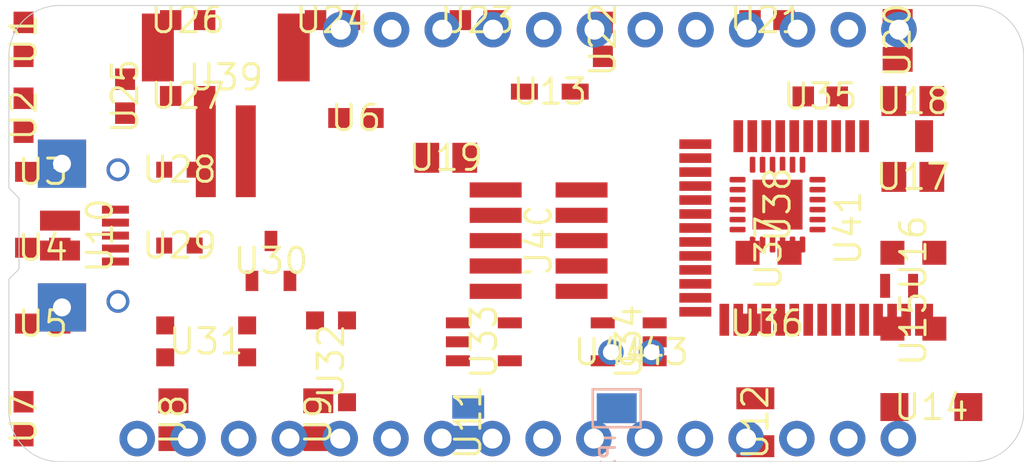
<source format=kicad_pcb>
 ( kicad_pcb  ( version 20171130 )
 ( host pcbnew "(5.1.4-0-10_14)" )
 ( general  ( thickness 1.6 )
 ( drawings 12 )
 ( tracks 0 )
 ( zones 0 )
 ( modules 46 )
 ( nets 70 )
)
 ( page A4 )
 ( layers  ( 0 Top signal )
 ( 31 Bottom signal )
 ( 32 B.Adhes user )
 ( 33 F.Adhes user hide )
 ( 34 B.Paste user )
 ( 35 F.Paste user )
 ( 36 B.SilkS user hide )
 ( 37 F.SilkS user )
 ( 38 B.Mask user )
 ( 39 F.Mask user hide )
 ( 40 Dwgs.User user )
 ( 41 Cmts.User user )
 ( 42 Eco1.User user )
 ( 43 Eco2.User user )
 ( 44 Edge.Cuts user )
 ( 45 Margin user )
 ( 46 B.CrtYd user )
 ( 47 F.CrtYd user )
 ( 48 B.Fab user )
 ( 49 F.Fab user )
)
 ( setup  ( last_trace_width 0.25 )
 ( trace_clearance 0.2 )
 ( zone_clearance 0.254 )
 ( zone_45_only no )
 ( trace_min 0.2 )
 ( via_size 0.8 )
 ( via_drill 0.4 )
 ( via_min_size 0.4 )
 ( via_min_drill 0.3 )
 ( uvia_size 0.3 )
 ( uvia_drill 0.1 )
 ( uvias_allowed yes )
 ( uvia_min_size 0.2 )
 ( uvia_min_drill 0.1 )
 ( edge_width 0.05 )
 ( segment_width 0.2 )
 ( pcb_text_width 0.3 )
 ( pcb_text_size 1.5 1.5 )
 ( mod_edge_width 0.12 )
 ( mod_text_size 1 1 )
 ( mod_text_width 0.15 )
 ( pad_size 2.413 2.413 )
 ( pad_drill 0.9 )
 ( pad_to_mask_clearance 0.051 )
 ( solder_mask_min_width 0.25 )
 ( aux_axis_origin 0 0 )
 ( visible_elements FFFFFF7F )
 ( pcbplotparams  ( layerselection 0x010fc_ffffffff )
 ( usegerberextensions false )
 ( usegerberattributes false )
 ( usegerberadvancedattributes false )
 ( creategerberjobfile false )
 ( excludeedgelayer true )
 ( linewidth 0.100000 )
 ( plotframeref false )
 ( viasonmask false )
 ( mode 1 )
 ( useauxorigin false )
 ( hpglpennumber 1 )
 ( hpglpenspeed 20 )
 ( hpglpendiameter 15.000000 )
 ( psnegative false )
 ( psa4output false )
 ( plotreference true )
 ( plotvalue true )
 ( plotinvisibletext false )
 ( padsonsilk false )
 ( subtractmaskfromsilk false )
 ( outputformat 1 )
 ( mirror false )
 ( drillshape 1 )
 ( scaleselection 1 )
 ( outputdirectory "" )
)
)
 ( net 0 "" )
 ( net 1 GND )
 ( net 2 3.3V )
 ( net 3 VBAT )
 ( net 4 VBUS )
 ( net 5 /RESET )
 ( net 6 /DFU )
 ( net 7 /TXD )
 ( net 8 /RXD )
 ( net 9 /MISO )
 ( net 10 /MOSI )
 ( net 11 /SCK )
 ( net 12 /A5/0.29 )
 ( net 13 /A4/0.28 )
 ( net 14 /A3/0.05 )
 ( net 15 /A2/0.04 )
 ( net 16 /A1/0.03 )
 ( net 17 /A0/0.02 )
 ( net 18 /SDA )
 ( net 19 /SCL )
 ( net 20 /P0.27 )
 ( net 21 /A6/P0.30 )
 ( net 22 /A7/P0.31 )
 ( net 23 /P0.11 )
 ( net 24 /P0.07 )
 ( net 25 /P0.15 )
 ( net 26 /P0.16 )
 ( net 27 /EN )
 ( net 28 "Net-(U1-Pad41)" )
 ( net 29 "Net-(U1-Pad40)" )
 ( net 30 /FRST )
 ( net 31 /SWDIO )
 ( net 32 /SWCLK )
 ( net 33 /LED2 )
 ( net 34 /SWO )
 ( net 35 /LED1 )
 ( net 36 /P0.10/NFC2 )
 ( net 37 /P0.09/NFC1 )
 ( net 38 "Net-(C2-Pad1)" )
 ( net 39 "Net-(C1-Pad1)" )
 ( net 40 "Net-(L2-Pad2)" )
 ( net 41 "Net-(C4-Pad1)" )
 ( net 42 "Net-(X1-Pad8)" )
 ( net 43 "Net-(D1-PadA)" )
 ( net 44 "Net-(D2-PadA)" )
 ( net 45 "Net-(R8-Pad1)" )
 ( net 46 "Net-(R3-Pad2)" )
 ( net 47 "Net-(C6-Pad1)" )
 ( net 48 "Net-(U2-Pad4)" )
 ( net 49 "Net-(X3-PadID)" )
 ( net 50 /USBD+ )
 ( net 51 /USBD- )
 ( net 52 "Net-(U4-Pad24)" )
 ( net 53 /DTR )
 ( net 54 "Net-(U4-Pad22)" )
 ( net 55 "Net-(R9-Pad1)" )
 ( net 56 "Net-(U4-Pad19)" )
 ( net 57 "Net-(U4-Pad18)" )
 ( net 58 "Net-(U4-Pad17)" )
 ( net 59 "Net-(C7-Pad1)" )
 ( net 60 "Net-(U4-Pad15)" )
 ( net 61 "Net-(U4-Pad14)" )
 ( net 62 "Net-(U4-Pad13)" )
 ( net 63 "Net-(U4-Pad12)" )
 ( net 64 "Net-(U4-Pad11)" )
 ( net 65 "Net-(U4-Pad10)" )
 ( net 66 "Net-(U4-Pad9)" )
 ( net 67 "Net-(U4-Pad1)" )
 ( net 68 "Net-(C11-Pad1)" )
 ( net 69 "Net-(CHG1-PadC)" )
 ( net_class Default "This is the default net class."  ( clearance 0.2 )
 ( trace_width 0.25 )
 ( via_dia 0.8 )
 ( via_drill 0.4 )
 ( uvia_dia 0.3 )
 ( uvia_drill 0.1 )
 ( add_net /A0/0.02 )
 ( add_net /A1/0.03 )
 ( add_net /A2/0.04 )
 ( add_net /A3/0.05 )
 ( add_net /A4/0.28 )
 ( add_net /A5/0.29 )
 ( add_net /A6/P0.30 )
 ( add_net /A7/P0.31 )
 ( add_net /DFU )
 ( add_net /DTR )
 ( add_net /EN )
 ( add_net /FRST )
 ( add_net /LED1 )
 ( add_net /LED2 )
 ( add_net /MISO )
 ( add_net /MOSI )
 ( add_net /P0.07 )
 ( add_net /P0.09/NFC1 )
 ( add_net /P0.10/NFC2 )
 ( add_net /P0.11 )
 ( add_net /P0.15 )
 ( add_net /P0.16 )
 ( add_net /P0.27 )
 ( add_net /RESET )
 ( add_net /RXD )
 ( add_net /SCK )
 ( add_net /SCL )
 ( add_net /SDA )
 ( add_net /SWCLK )
 ( add_net /SWDIO )
 ( add_net /SWO )
 ( add_net /TXD )
 ( add_net /USBD+ )
 ( add_net /USBD- )
 ( add_net 3.3V )
 ( add_net GND )
 ( add_net "Net-(C1-Pad1)" )
 ( add_net "Net-(C11-Pad1)" )
 ( add_net "Net-(C2-Pad1)" )
 ( add_net "Net-(C4-Pad1)" )
 ( add_net "Net-(C6-Pad1)" )
 ( add_net "Net-(C7-Pad1)" )
 ( add_net "Net-(CHG1-PadC)" )
 ( add_net "Net-(D1-PadA)" )
 ( add_net "Net-(D2-PadA)" )
 ( add_net "Net-(L2-Pad2)" )
 ( add_net "Net-(R3-Pad2)" )
 ( add_net "Net-(R8-Pad1)" )
 ( add_net "Net-(R9-Pad1)" )
 ( add_net "Net-(U1-Pad40)" )
 ( add_net "Net-(U1-Pad41)" )
 ( add_net "Net-(U2-Pad4)" )
 ( add_net "Net-(U4-Pad1)" )
 ( add_net "Net-(U4-Pad10)" )
 ( add_net "Net-(U4-Pad11)" )
 ( add_net "Net-(U4-Pad12)" )
 ( add_net "Net-(U4-Pad13)" )
 ( add_net "Net-(U4-Pad14)" )
 ( add_net "Net-(U4-Pad15)" )
 ( add_net "Net-(U4-Pad17)" )
 ( add_net "Net-(U4-Pad18)" )
 ( add_net "Net-(U4-Pad19)" )
 ( add_net "Net-(U4-Pad22)" )
 ( add_net "Net-(U4-Pad24)" )
 ( add_net "Net-(U4-Pad9)" )
 ( add_net "Net-(X1-Pad8)" )
 ( add_net "Net-(X3-PadID)" )
 ( add_net VBAT )
 ( add_net VBUS )
)
 ( module MS1 locked  ( layer Top )
 ( tedit 5ECEFCF5 )
 ( tstamp 5ECF00CD )
 ( at 148.550000 115.370000 )
 ( fp_text reference MS1  ( at -23.876 11.176 )
 ( layer F.SilkS )
hide  ( effects  ( font  ( size 1.27 1.27 )
 ( thickness 0.15 )
)
)
)
 ( fp_text value ""  ( at 0 0 )
 ( layer F.SilkS )
 ( effects  ( font  ( size 1.27 1.27 )
 ( thickness 0.15 )
)
)
)
 ( fp_poly  ( pts  ( xy 20 -1.05 )
 ( xy -20 -1.1 )
 ( xy -20 0.8 )
 ( xy 20 0.85 )
)
 ( layer F.CrtYd )
 ( width 0.1 )
)
 ( fp_poly  ( pts  ( xy 20 -1.05 )
 ( xy -20 -1.1 )
 ( xy -20 0.8 )
 ( xy 20 0.85 )
)
 ( layer B.CrtYd )
 ( width 0.1 )
)
 ( pad 1 thru_hole circle  ( at -19.026 -0.094 )
 ( size 1.778 1.778 )
 ( drill 1 )
 ( layers *.Cu *.Mask )
 ( net 5 /RESET )
 ( solder_mask_margin 0.0508 )
)
 ( pad 2 thru_hole circle  ( at -16.486 -0.094 )
 ( size 1.778 1.778 )
 ( drill 1 )
 ( layers *.Cu *.Mask )
 ( net 2 3.3V )
 ( solder_mask_margin 0.0508 )
)
 ( pad 3 thru_hole circle  ( at -13.946 -0.094 )
 ( size 1.778 1.778 )
 ( drill 1 )
 ( layers *.Cu *.Mask )
 ( net 2 3.3V )
 ( solder_mask_margin 0.0508 )
)
 ( pad 4 thru_hole circle  ( at -11.406 -0.094 )
 ( size 1.778 1.778 )
 ( drill 1 )
 ( layers *.Cu *.Mask )
 ( net 1 GND )
 ( solder_mask_margin 0.0508 )
)
 ( pad 16 thru_hole circle  ( at 19.074 -0.094 )
 ( size 1.778 1.778 )
 ( drill 1 )
 ( layers *.Cu *.Mask )
 ( net 6 /DFU )
 ( solder_mask_margin 0.0508 )
)
 ( pad 15 thru_hole circle  ( at 16.534 -0.094 )
 ( size 1.778 1.778 )
 ( drill 1 )
 ( layers *.Cu *.Mask )
 ( net 7 /TXD )
 ( solder_mask_margin 0.0508 )
)
 ( pad 14 thru_hole circle  ( at 13.994 -0.094 )
 ( size 1.778 1.778 )
 ( drill 1 )
 ( layers *.Cu *.Mask )
 ( net 8 /RXD )
 ( solder_mask_margin 0.0508 )
)
 ( pad 13 thru_hole circle  ( at 11.454 -0.094 )
 ( size 1.778 1.778 )
 ( drill 1 )
 ( layers *.Cu *.Mask )
 ( net 9 /MISO )
 ( solder_mask_margin 0.0508 )
)
 ( pad 12 thru_hole circle  ( at 8.914 -0.094 )
 ( size 1.778 1.778 )
 ( drill 1 )
 ( layers *.Cu *.Mask )
 ( net 10 /MOSI )
 ( solder_mask_margin 0.0508 )
)
 ( pad 11 thru_hole circle  ( at 6.374 -0.094 )
 ( size 1.778 1.778 )
 ( drill 1 )
 ( layers *.Cu *.Mask )
 ( net 11 /SCK )
 ( solder_mask_margin 0.0508 )
)
 ( pad 10 thru_hole circle  ( at 3.834 -0.094 )
 ( size 1.778 1.778 )
 ( drill 1 )
 ( layers *.Cu *.Mask )
 ( net 12 /A5/0.29 )
 ( solder_mask_margin 0.0508 )
)
 ( pad 9 thru_hole circle  ( at 1.294 -0.094 )
 ( size 1.778 1.778 )
 ( drill 1 )
 ( layers *.Cu *.Mask )
 ( net 13 /A4/0.28 )
 ( solder_mask_margin 0.0508 )
)
 ( pad 8 thru_hole circle  ( at -1.246 -0.094 )
 ( size 1.778 1.778 )
 ( drill 1 )
 ( layers *.Cu *.Mask )
 ( net 14 /A3/0.05 )
 ( solder_mask_margin 0.0508 )
)
 ( pad 7 thru_hole circle  ( at -3.786 -0.094 )
 ( size 1.778 1.778 )
 ( drill 1 )
 ( layers *.Cu *.Mask )
 ( net 15 /A2/0.04 )
 ( solder_mask_margin 0.0508 )
)
 ( pad 6 thru_hole circle  ( at -6.326 -0.094 )
 ( size 1.778 1.778 )
 ( drill 1 )
 ( layers *.Cu *.Mask )
 ( net 16 /A1/0.03 )
 ( solder_mask_margin 0.0508 )
)
 ( pad 5 thru_hole circle  ( at -8.866 -0.094 )
 ( size 1.778 1.778 )
 ( drill 1 )
 ( layers *.Cu *.Mask )
 ( net 17 /A0/0.02 )
 ( solder_mask_margin 0.0508 )
)
)
 ( module MS2 locked  ( layer Top )
 ( tedit 5ECEFC9F )
 ( tstamp 5ECEFD2A )
 ( at 153.680000 94.750000 )
 ( fp_text reference MS2  ( at -23.876 11.176 )
 ( layer F.SilkS )
hide  ( effects  ( font  ( size 1.27 1.27 )
 ( thickness 0.15 )
)
)
)
 ( fp_text value ""  ( at -0.1 0.2 )
 ( layer F.SilkS )
 ( effects  ( font  ( size 1.27 1.27 )
 ( thickness 0.15 )
)
)
)
 ( fp_poly  ( pts  ( xy 14.9 -0.9 )
 ( xy -14.85 -0.9 )
 ( xy -14.85 0.95 )
 ( xy 14.9 0.95 )
)
 ( layer F.CrtYd )
 ( width 0.1 )
)
 ( fp_poly  ( pts  ( xy 14.9 -0.9 )
 ( xy -14.85 -0.9 )
 ( xy -14.85 0.95 )
 ( xy 14.9 0.95 )
)
 ( layer B.CrtYd )
 ( width 0.1 )
)
 ( pad 17 thru_hole circle  ( at 13.974 0.036 )
 ( size 1.778 1.778 )
 ( drill 1 )
 ( layers *.Cu *.Mask )
 ( net 18 /SDA )
 ( solder_mask_margin 0.0508 )
)
 ( pad 18 thru_hole circle  ( at 11.434 0.036 )
 ( size 1.778 1.778 )
 ( drill 1 )
 ( layers *.Cu *.Mask )
 ( net 19 /SCL )
 ( solder_mask_margin 0.0508 )
)
 ( pad 19 thru_hole circle  ( at 8.894 0.036 )
 ( size 1.778 1.778 )
 ( drill 1 )
 ( layers *.Cu *.Mask )
 ( net 20 /P0.27 )
 ( solder_mask_margin 0.0508 )
)
 ( pad 20 thru_hole circle  ( at 6.354 0.036 )
 ( size 1.778 1.778 )
 ( drill 1 )
 ( layers *.Cu *.Mask )
 ( net 21 /A6/P0.30 )
 ( solder_mask_margin 0.0508 )
)
 ( pad 21 thru_hole circle  ( at 3.814 0.036 )
 ( size 1.778 1.778 )
 ( drill 1 )
 ( layers *.Cu *.Mask )
 ( net 22 /A7/P0.31 )
 ( solder_mask_margin 0.0508 )
)
 ( pad 22 thru_hole circle  ( at 1.274 0.036 )
 ( size 1.778 1.778 )
 ( drill 1 )
 ( layers *.Cu *.Mask )
 ( net 23 /P0.11 )
 ( solder_mask_margin 0.0508 )
)
 ( pad 23 thru_hole circle  ( at -1.266 0.036 )
 ( size 1.778 1.778 )
 ( drill 1 )
 ( layers *.Cu *.Mask )
 ( net 24 /P0.07 )
 ( solder_mask_margin 0.0508 )
)
 ( pad 24 thru_hole circle  ( at -3.806 0.036 )
 ( size 1.778 1.778 )
 ( drill 1 )
 ( layers *.Cu *.Mask )
 ( net 25 /P0.15 )
 ( solder_mask_margin 0.0508 )
)
 ( pad 25 thru_hole circle  ( at -6.346 0.036 )
 ( size 1.778 1.778 )
 ( drill 1 )
 ( layers *.Cu *.Mask )
 ( net 26 /P0.16 )
 ( solder_mask_margin 0.0508 )
)
 ( pad 26 thru_hole circle  ( at -8.886 0.036 )
 ( size 1.778 1.778 )
 ( drill 1 )
 ( layers *.Cu *.Mask )
 ( net 4 VBUS )
 ( solder_mask_margin 0.0508 )
)
 ( pad 27 thru_hole circle  ( at -11.426 0.036 )
 ( size 1.778 1.778 )
 ( drill 1 )
 ( layers *.Cu *.Mask )
 ( net 27 /EN )
 ( solder_mask_margin 0.0508 )
)
 ( pad 28 thru_hole circle  ( at -13.966 0.036 )
 ( size 1.778 1.778 )
 ( drill 1 )
 ( layers *.Cu *.Mask )
 ( net 3 VBAT )
 ( solder_mask_margin 0.0508 )
)
)
 ( module "Adafruit nRF52 Bluefruit Feather:JSTPH2" locked  ( layer Top )
 ( tedit 5DD6DA47 )
 ( tstamp 5DD6D218 )
 ( at 133.958000 98.702800 )
 ( fp_text reference U39  ( at 0 -1.524 )
 ( layer F.SilkS )
 ( effects  ( font  ( size 1.27 1.27 )
 ( thickness 0.15 )
)
)
)
 ( fp_text value ""  ( at 0 -1.524 )
 ( layer F.SilkS )
 ( effects  ( font  ( size 1.27 1.27 )
 ( thickness 0.15 )
)
)
)
 ( fp_poly  ( pts  ( xy 4 -4.524 )
 ( xy 4.0132 2.9972 )
 ( xy 3.2004 2.9972 )
 ( xy 3.2004 0.4318 )
 ( xy -3.2004 0.4318 )
 ( xy -3.2004 2.9718 )
 ( xy -3.9878 2.9718 )
 ( xy -3.9878 -4.5466 )
)
 ( layer F.CrtYd )
 ( width 0.1 )
)
 ( pad NC2 smd rect  ( at 3.4 -3.024 90.000000 )
 ( size 3.4 1.6 )
 ( layers Top F.Mask F.Paste )
 ( solder_mask_margin 0.0508 )
)
 ( pad NC1 smd rect  ( at -3.4 -3.024 90.000000 )
 ( size 3.4 1.6 )
 ( layers Top F.Mask F.Paste )
 ( solder_mask_margin 0.0508 )
)
 ( pad 2 smd rect  ( at 1 2.176 )
 ( size 1 4.6 )
 ( layers Top F.Mask F.Paste )
 ( net 3 VBAT )
 ( solder_mask_margin 0.0508 )
)
 ( pad 1 smd rect  ( at -1 2.176 )
 ( size 1 4.6 )
 ( layers Top F.Mask F.Paste )
 ( net 1 GND )
 ( solder_mask_margin 0.0508 )
)
)
 ( module "Adafruit nRF52 Bluefruit Feather:4UCONN_20329_V2" locked  ( layer Top )
 ( tedit 5DD6E28E )
 ( tstamp 5DD6D241 )
 ( at 125.626800 105.103600 270.000000 )
 ( fp_text reference U10  ( at 0 -2.032 90 )
 ( layer F.SilkS )
 ( effects  ( font  ( size 1.27 1.27 )
 ( thickness 0.15 )
)
)
)
 ( fp_text value ""  ( at 0 -2.032 90 )
 ( layer F.SilkS )
 ( effects  ( font  ( size 1.27 1.27 )
 ( thickness 0.15 )
)
)
)
 ( fp_poly  ( pts  ( xy 4.953 2.921 )
 ( xy -4.826 2.921 )
 ( xy -4.826 -3.048 )
 ( xy 4.953 -3.048 )
)
 ( layer F.CrtYd )
 ( width 0.1 )
)
 ( pad BASE@2 smd rect  ( at 0.75 -0.032 )
 ( size 2 1 )
 ( layers Top F.Mask F.Paste )
 ( net 1 GND )
 ( solder_mask_margin 0.0508 )
)
 ( pad BASE@1 smd rect  ( at -0.75 -0.032 )
 ( size 2 1 )
 ( layers Top F.Mask F.Paste )
 ( net 1 GND )
 ( solder_mask_margin 0.0508 )
)
 ( pad GND smd rect  ( at 1.3 -2.807 270.000000 )
 ( size 0.4 1.35 )
 ( layers Top )
 ( net 1 GND )
 ( solder_mask_margin 0.0508 )
)
 ( pad ID smd rect  ( at 0.65 -2.807 270.000000 )
 ( size 0.4 1.35 )
 ( layers Top )
 ( net 49 "Net-(X3-PadID)" )
 ( solder_mask_margin 0.0508 )
)
 ( pad D+ smd rect  ( at 0 -2.807 270.000000 )
 ( size 0.4 1.35 )
 ( layers Top )
 ( net 50 /USBD+ )
 ( solder_mask_margin 0.0508 )
)
 ( pad D- smd rect  ( at -0.65 -2.807 270.000000 )
 ( size 0.4 1.35 )
 ( layers Top )
 ( net 51 /USBD- )
 ( solder_mask_margin 0.0508 )
)
 ( pad VBUS smd rect  ( at -1.3 -2.807 270.000000 )
 ( size 0.4 1.35 )
 ( layers Top )
 ( net 4 VBUS )
 ( solder_mask_margin 0.0508 )
)
 ( pad SPRT@2 thru_hole circle  ( at 3.3 -2.932 270.000000 )
 ( size 1.143 1.143 )
 ( drill 0.8 )
 ( layers *.Cu *.Mask )
 ( net 1 GND )
 ( solder_mask_margin 0.0508 )
)
 ( pad SPRT@1 thru_hole circle  ( at -3.3 -2.932 90.000000 )
 ( size 1.143 1.143 )
 ( drill 0.8 )
 ( layers *.Cu *.Mask )
 ( net 1 GND )
 ( solder_mask_margin 0.0508 )
)
 ( pad SPRT@3 thru_hole rect  ( at -3.6 -0.132 )
 ( size 2.413 2.413 )
 ( drill 0.9 )
 ( layers *.Cu *.Mask )
)
 ( pad SPRT@4 thru_hole rect  ( at 3.6 -0.132 )
 ( size 2.413 2.413 )
 ( drill 0.9 )
 ( layers *.Cu *.Mask )
)
)
 ( module "Adafruit nRF52 Bluefruit Feather:0603-NO"  ( layer Top )
 ( tedit 5DD6E39B )
 ( tstamp 5DD6D33D )
 ( at 123.834099 95.271600 270.000000 )
 ( fp_text reference U1  ( at 0 0 270 )
 ( layer F.SilkS )
 ( effects  ( font  ( size 1.27 1.27 )
 ( thickness 0.15 )
)
)
)
 ( fp_text value ""  ( at 0 0 270 )
 ( layer F.SilkS )
 ( effects  ( font  ( size 1.27 1.27 )
 ( thickness 0.15 )
)
)
)
 ( fp_poly  ( pts  ( xy 1.473 0.508 )
 ( xy -1.473 0.508 )
 ( xy -1.473 -0.508 )
 ( xy 1.473 -0.508 )
)
 ( layer F.CrtYd )
 ( width 0.1 )
)
 ( pad 2 smd rect  ( at 0.85 0 270.000000 )
 ( size 1.075 1 )
 ( layers Top F.Mask F.Paste )
 ( net 53 /DTR )
 ( solder_mask_margin 0.0508 )
)
 ( pad 1 smd rect  ( at -0.85 0 270.000000 )
 ( size 1.075 1 )
 ( layers Top F.Mask F.Paste )
 ( net 68 "Net-(C11-Pad1)" )
 ( solder_mask_margin 0.0508 )
)
)
 ( module "Adafruit nRF52 Bluefruit Feather:0603-NO"  ( layer Top )
 ( tedit 5DD6E390 )
 ( tstamp 5DD6D364 )
 ( at 123.834099 99.073267 270.000000 )
 ( fp_text reference U2  ( at 0 0 270 )
 ( layer F.SilkS )
 ( effects  ( font  ( size 1.27 1.27 )
 ( thickness 0.15 )
)
)
)
 ( fp_text value ""  ( at 0 0 270 )
 ( layer F.SilkS )
 ( effects  ( font  ( size 1.27 1.27 )
 ( thickness 0.15 )
)
)
)
 ( fp_poly  ( pts  ( xy 1.473 0.508 )
 ( xy -1.473 0.508 )
 ( xy -1.473 -0.508 )
 ( xy 1.473 -0.508 )
)
 ( layer F.CrtYd )
 ( width 0.1 )
)
 ( pad 2 smd rect  ( at 0.85 0 270.000000 )
 ( size 1.075 1 )
 ( layers Top F.Mask F.Paste )
 ( net 8 /RXD )
 ( solder_mask_margin 0.0508 )
)
 ( pad 1 smd rect  ( at -0.85 0 270.000000 )
 ( size 1.075 1 )
 ( layers Top F.Mask F.Paste )
 ( net 55 "Net-(R9-Pad1)" )
 ( solder_mask_margin 0.0508 )
)
)
 ( module "Adafruit nRF52 Bluefruit Feather:0603-NO"  ( layer Top )
 ( tedit 5DD6E361 )
 ( tstamp 5DD6D232 )
 ( at 124.799099 101.909933 )
 ( fp_text reference U3  ( at 0 0 )
 ( layer F.SilkS )
 ( effects  ( font  ( size 1.27 1.27 )
 ( thickness 0.15 )
)
)
)
 ( fp_text value ""  ( at 0 0 )
 ( layer F.SilkS )
 ( effects  ( font  ( size 1.27 1.27 )
 ( thickness 0.15 )
)
)
)
 ( fp_poly  ( pts  ( xy 1.473 0.635 )
 ( xy -1.473 0.635 )
 ( xy -1.473 -0.635 )
 ( xy 1.473 -0.635 )
)
 ( layer F.CrtYd )
 ( width 0.1 )
)
 ( pad 2 smd rect  ( at 0.85 0 )
 ( size 1.075 1 )
 ( layers Top F.Mask F.Paste )
 ( net 47 "Net-(C6-Pad1)" )
 ( solder_mask_margin 0.0508 )
)
 ( pad 1 smd rect  ( at -0.85 0 )
 ( size 1.075 1 )
 ( layers Top F.Mask F.Paste )
 ( net 27 /EN )
 ( solder_mask_margin 0.0508 )
)
)
 ( module "Adafruit nRF52 Bluefruit Feather:0603-NO"  ( layer Top )
 ( tedit 5DD6E35B )
 ( tstamp 5DD6D3C1 )
 ( at 124.799099 105.711600 180.000000 )
 ( fp_text reference U4  ( at 0 0 )
 ( layer F.SilkS )
 ( effects  ( font  ( size 1.27 1.27 )
 ( thickness 0.15 )
)
)
)
 ( fp_text value ""  ( at 0 0 )
 ( layer F.SilkS )
 ( effects  ( font  ( size 1.27 1.27 )
 ( thickness 0.15 )
)
)
)
 ( fp_poly  ( pts  ( xy 1.473 0.635 )
 ( xy -1.473 0.635 )
 ( xy -1.473 -0.635 )
 ( xy 1.473 -0.635 )
)
 ( layer F.CrtYd )
 ( width 0.1 )
)
 ( pad 2 smd rect  ( at 0.85 0 180.000000 )
 ( size 1.075 1 )
 ( layers Top F.Mask F.Paste )
 ( net 1 GND )
 ( solder_mask_margin 0.0508 )
)
 ( pad 1 smd rect  ( at -0.85 0 180.000000 )
 ( size 1.075 1 )
 ( layers Top F.Mask F.Paste )
 ( net 22 /A7/P0.31 )
 ( solder_mask_margin 0.0508 )
)
)
 ( module "Adafruit nRF52 Bluefruit Feather:0603-NO"  ( layer Top )
 ( tedit 5DD6E34E )
 ( tstamp 5DD6D1D2 )
 ( at 124.799099 109.513267 )
 ( fp_text reference U5  ( at 0 0 )
 ( layer F.SilkS )
 ( effects  ( font  ( size 1.27 1.27 )
 ( thickness 0.15 )
)
)
)
 ( fp_text value ""  ( at 0 0 )
 ( layer F.SilkS )
 ( effects  ( font  ( size 1.27 1.27 )
 ( thickness 0.15 )
)
)
)
 ( fp_poly  ( pts  ( xy 1.473 0.508 )
 ( xy -1.473 0.508 )
 ( xy -1.473 -0.508 )
 ( xy 1.473 -0.508 )
)
 ( layer F.CrtYd )
 ( width 0.1 )
)
 ( pad 2 smd rect  ( at 0.85 0 )
 ( size 1.075 1 )
 ( layers Top F.Mask F.Paste )
 ( net 22 /A7/P0.31 )
 ( solder_mask_margin 0.0508 )
)
 ( pad 1 smd rect  ( at -0.85 0 )
 ( size 1.075 1 )
 ( layers Top F.Mask F.Paste )
 ( net 3 VBAT )
 ( solder_mask_margin 0.0508 )
)
)
 ( module "Adafruit nRF52 Bluefruit Feather:0603-NO"  ( layer Top )
 ( tedit 5DD6E33E )
 ( tstamp 5DD6D1E1 )
 ( at 140.473099 99.210800 )
 ( fp_text reference U6  ( at 0 0 )
 ( layer F.SilkS )
 ( effects  ( font  ( size 1.27 1.27 )
 ( thickness 0.15 )
)
)
)
 ( fp_text value ""  ( at 0 0 )
 ( layer F.SilkS )
 ( effects  ( font  ( size 1.27 1.27 )
 ( thickness 0.15 )
)
)
)
 ( fp_poly  ( pts  ( xy 1.473 0.635 )
 ( xy -1.473 0.635 )
 ( xy -1.473 -0.635 )
 ( xy 1.473 -0.635 )
)
 ( layer F.CrtYd )
 ( width 0.1 )
)
 ( pad 2 smd rect  ( at 0.85 0 )
 ( size 1.075 1 )
 ( layers Top F.Mask F.Paste )
 ( net 1 GND )
 ( solder_mask_margin 0.0508 )
)
 ( pad 1 smd rect  ( at -0.85 0 )
 ( size 1.075 1 )
 ( layers Top F.Mask F.Paste )
 ( net 22 /A7/P0.31 )
 ( solder_mask_margin 0.0508 )
)
)
 ( module "Adafruit nRF52 Bluefruit Feather:0603-NO"  ( layer Top )
 ( tedit 5DD6E32C )
 ( tstamp 5DD6D311 )
 ( at 123.834099 114.279933 90.000000 )
 ( fp_text reference U7  ( at 0 0 90 )
 ( layer F.SilkS )
 ( effects  ( font  ( size 1.27 1.27 )
 ( thickness 0.15 )
)
)
)
 ( fp_text value ""  ( at 0 0 90 )
 ( layer F.SilkS )
 ( effects  ( font  ( size 1.27 1.27 )
 ( thickness 0.15 )
)
)
)
 ( fp_poly  ( pts  ( xy 1.473 0.635 )
 ( xy -1.473 0.635 )
 ( xy -1.473 -0.635 )
 ( xy 1.473 -0.635 )
)
 ( layer F.CrtYd )
 ( width 0.1 )
)
 ( pad 2 smd rect  ( at 0.85 0 90.000000 )
 ( size 1.075 1 )
 ( layers Top F.Mask F.Paste )
 ( net 1 GND )
 ( solder_mask_margin 0.0508 )
)
 ( pad 1 smd rect  ( at -0.85 0 90.000000 )
 ( size 1.075 1 )
 ( layers Top F.Mask F.Paste )
 ( net 2 3.3V )
 ( solder_mask_margin 0.0508 )
)
)
 ( module "Adafruit nRF52 Bluefruit Feather:0805-NO"  ( layer Top )
 ( tedit 5DD6E322 )
 ( tstamp 5DD6D1FA )
 ( at 131.338099 114.330933 90.000000 )
 ( fp_text reference U8  ( at 0 0 90 )
 ( layer F.SilkS )
 ( effects  ( font  ( size 1.27 1.27 )
 ( thickness 0.15 )
)
)
)
 ( fp_text value ""  ( at 0 0 90 )
 ( layer F.SilkS )
 ( effects  ( font  ( size 1.27 1.27 )
 ( thickness 0.15 )
)
)
)
 ( fp_poly  ( pts  ( xy 1.524 0.762 )
 ( xy -1.524 0.762 )
 ( xy -1.524 -0.762 )
 ( xy 1.524 -0.762 )
)
 ( layer F.CrtYd )
 ( width 0.1 )
)
 ( pad 2 smd rect  ( at 0.95 0 90.000000 )
 ( size 1.24 1.5 )
 ( layers Top F.Mask F.Paste )
 ( net 1 GND )
 ( solder_mask_margin 0.0508 )
)
 ( pad 1 smd rect  ( at -0.95 0 90.000000 )
 ( size 1.24 1.5 )
 ( layers Top F.Mask F.Paste )
 ( net 2 3.3V )
 ( solder_mask_margin 0.0508 )
)
)
 ( module "Adafruit nRF52 Bluefruit Feather:0805-NO"  ( layer Top )
 ( tedit 5DD6E315 )
 ( tstamp 5DD6D3F7 )
 ( at 138.588099 114.330933 90.000000 )
 ( fp_text reference U9  ( at 0 0 90 )
 ( layer F.SilkS )
 ( effects  ( font  ( size 1.27 1.27 )
 ( thickness 0.15 )
)
)
)
 ( fp_text value ""  ( at 0 0 90 )
 ( layer F.SilkS )
 ( effects  ( font  ( size 1.27 1.27 )
 ( thickness 0.15 )
)
)
)
 ( fp_poly  ( pts  ( xy 1.524 0.762 )
 ( xy -1.524 0.762 )
 ( xy -1.524 -0.762 )
 ( xy 1.524 -0.762 )
)
 ( layer F.CrtYd )
 ( width 0.1 )
)
 ( pad 2 smd rect  ( at 0.95 0 90.000000 )
 ( size 1.24 1.5 )
 ( layers Top F.Mask F.Paste )
 ( net 1 GND )
 ( solder_mask_margin 0.0508 )
)
 ( pad 1 smd rect  ( at -0.95 0 90.000000 )
 ( size 1.24 1.5 )
 ( layers Top F.Mask F.Paste )
 ( net 59 "Net-(C7-Pad1)" )
 ( solder_mask_margin 0.0508 )
)
)
 ( module "Adafruit nRF52 Bluefruit Feather:SOLDERJUMPER_CLOSEDWIRE"  ( layer Bottom )
 ( tedit 5DD6E25F )
 ( tstamp 5DD6D3DA )
 ( at 146.092099 114.457933 270.000000 )
 ( fp_text reference U11  ( at 0 0 90 )
 ( layer F.SilkS )
 ( effects  ( font  ( size 1.27 1.27 )
 ( thickness 0.15 )
)
)
)
 ( fp_text value ""  ( at 0 0 90 )
 ( layer F.SilkS )
 ( effects  ( font  ( size 1.27 1.27 )
 ( thickness 0.15 )
)
)
)
 ( fp_poly  ( pts  ( xy 1.651 -1.016 )
 ( xy -1.651 -1.016 )
 ( xy -1.651 1.016 )
 ( xy 1.651 1.016 )
)
 ( layer B.CrtYd )
 ( width 0.1 )
)
 ( pad 2 smd rect  ( at 0.762 0 270.000000 )
 ( size 1.1684 1.6002 )
 ( layers Bottom )
 ( net 68 "Net-(C11-Pad1)" )
 ( solder_mask_margin 0.0508 )
)
 ( pad 1 smd rect  ( at -0.762 0 270.000000 )
 ( size 1.1684 1.6002 )
 ( layers Bottom )
 ( net 5 /RESET )
 ( solder_mask_margin 0.0508 )
)
)
 ( module "Adafruit nRF52 Bluefruit Feather:PAD-1.5X2.0"  ( layer Bottom )
 ( tedit 5DD6E027 )
 ( tstamp 5DD6D373 )
 ( at 153.526099 113.756933 270.000000 )
 ( descr "1.5 x 2.0mm SMT pad (no solder paste)" )
 ( path /FA3D1D6B )
 ( fp_text reference TP2  ( at 1.1 0 270 )
 ( layer B.SilkS )
 ( effects  ( font  ( size 0.77216 0.77216 )
 ( thickness 0.138988 )
)
 ( justify left bottom mirror )
)
)
 ( fp_text value FRST  ( at 1.1 -0.7 270 )
 ( layer B.Fab )
 ( effects  ( font  ( size 0.38608 0.38608 )
 ( thickness 0.038608 )
)
 ( justify left bottom mirror )
)
)
 ( fp_line  ( start -0.95 -1.2 )
 ( end -0.95 1.2 )
 ( layer B.SilkS )
 ( width 0.127 )
)
 ( fp_line  ( start 0.95 -1.2 )
 ( end -0.95 -1.2 )
 ( layer B.SilkS )
 ( width 0.127 )
)
 ( fp_line  ( start 0.95 1.2 )
 ( end 0.95 -1.2 )
 ( layer B.SilkS )
 ( width 0.127 )
)
 ( fp_line  ( start -0.95 1.2 )
 ( end 0.95 1.2 )
 ( layer B.SilkS )
 ( width 0.127 )
)
 ( fp_poly  ( pts  ( xy 0.95 -1.2 )
 ( xy -0.95 -1.2 )
 ( xy -0.95 1.2 )
 ( xy 0.95 1.2 )
)
 ( layer B.CrtYd )
 ( width 0.1 )
)
 ( pad P$1 smd rect  ( at 0 0 270.000000 )
 ( size 1.5 2 )
 ( layers Bottom )
 ( net 30 /FRST )
 ( solder_mask_margin 0.0508 )
)
)
 ( module "Adafruit nRF52 Bluefruit Feather:XTAL3215"  ( layer Top )
 ( tedit 5DD6DEBE )
 ( tstamp 5DD6D3AC )
 ( at 160.465099 114.457933 90.000000 )
 ( fp_text reference U12  ( at 0 0 90 )
 ( layer F.SilkS )
 ( effects  ( font  ( size 1.27 1.27 )
 ( thickness 0.15 )
)
)
)
 ( fp_text value ""  ( at 0 0 90 )
 ( layer F.SilkS )
 ( effects  ( font  ( size 1.27 1.27 )
 ( thickness 0.15 )
)
)
)
 ( fp_poly  ( pts  ( xy 1.651 0.889 )
 ( xy -1.651 0.889 )
 ( xy -1.651 -0.889 )
 ( xy 1.651 -0.889 )
)
 ( layer F.CrtYd )
 ( width 0.1 )
)
 ( pad P$2 smd rect  ( at -1.2 0 270.000000 )
 ( size 1.1 1.9 )
 ( layers Top F.Mask F.Paste )
 ( net 38 "Net-(C2-Pad1)" )
 ( solder_mask_margin 0.0508 )
)
 ( pad P$1 smd rect  ( at 1.2 0 90.000000 )
 ( size 1.1 1.9 )
 ( layers Top F.Mask F.Paste )
 ( net 39 "Net-(C1-Pad1)" )
 ( solder_mask_margin 0.0508 )
)
)
 ( module "Adafruit nRF52 Bluefruit Feather:SOD-323"  ( layer Top )
 ( tedit 5DD6DE68 )
 ( tstamp 5DD6D320 )
 ( at 150.175899 97.890000 180.000000 )
 ( fp_text reference U13  ( at 0 0 180 )
 ( layer F.SilkS )
 ( effects  ( font  ( size 1.27 1.27 )
 ( thickness 0.15 )
)
)
)
 ( fp_text value ""  ( at 0 0 180 )
 ( layer F.SilkS )
 ( effects  ( font  ( size 1.27 1.27 )
 ( thickness 0.15 )
)
)
)
 ( fp_poly  ( pts  ( xy 1.524 0.762 )
 ( xy -1.524 0.762 )
 ( xy -1.524 -0.762 )
 ( xy 1.524 -0.762 )
)
 ( layer F.CrtYd )
 ( width 0.1 )
)
 ( pad A smd rect  ( at 1.27 0 180.000000 )
 ( size 1.35 0.8 )
 ( layers Top F.Mask F.Paste )
 ( net 5 /RESET )
 ( solder_mask_margin 0.0508 )
)
 ( pad C smd rect  ( at -1.27 0 180.000000 )
 ( size 1.35 0.8 )
 ( layers Top F.Mask F.Paste )
 ( net 2 3.3V )
 ( solder_mask_margin 0.0508 )
)
)
 ( module "Adafruit nRF52 Bluefruit Feather:SOD-123"  ( layer Top )
 ( tedit 5DD6DDF8 )
 ( tstamp 5DD6D37B )
 ( at 169.276099 113.695933 180.000000 )
 ( fp_text reference U14  ( at 0 0 180 )
 ( layer F.SilkS )
 ( effects  ( font  ( size 1.27 1.27 )
 ( thickness 0.15 )
)
)
)
 ( fp_text value ""  ( at 0 0 180 )
 ( layer F.SilkS )
 ( effects  ( font  ( size 1.27 1.27 )
 ( thickness 0.15 )
)
)
)
 ( fp_poly  ( pts  ( xy 2.032 0.889 )
 ( xy -1.778 0.889 )
 ( xy -1.778 -0.889 )
 ( xy 2.032 -0.889 )
)
 ( layer F.CrtYd )
 ( width 0.1 )
)
 ( pad A smd rect  ( at 1.85 0 270.000000 )
 ( size 1.4 1.4 )
 ( layers Top F.Mask F.Paste )
 ( net 4 VBUS )
 ( solder_mask_margin 0.0508 )
)
 ( pad C smd rect  ( at -1.85 0 270.000000 )
 ( size 1.4 1.4 )
 ( layers Top F.Mask F.Paste )
 ( net 47 "Net-(C6-Pad1)" )
 ( solder_mask_margin 0.0508 )
)
)
 ( module "Adafruit nRF52 Bluefruit Feather:CHIPLED_0805_NOOUTLINE"  ( layer Top )
 ( tedit 5DD6DDE2 )
 ( tstamp 5DD6D191 )
 ( at 168.376099 109.767267 270.000000 )
 ( fp_text reference U15  ( at 0 0 270 )
 ( layer F.SilkS )
 ( effects  ( font  ( size 1.27 1.27 )
 ( thickness 0.15 )
)
)
)
 ( fp_text value ""  ( at 0 0 270 )
 ( layer F.SilkS )
 ( effects  ( font  ( size 1.27 1.27 )
 ( thickness 0.15 )
)
)
)
 ( fp_poly  ( pts  ( xy 0.762 1.524 )
 ( xy -0.762 1.524 )
 ( xy -0.762 -1.397 )
 ( xy 0.762 -1.397 )
)
 ( layer F.CrtYd )
 ( width 0.1 )
)
 ( pad A smd rect  ( at 0 1.05 270.000000 )
 ( size 1.2 1.2 )
 ( layers Top F.Mask F.Paste )
 ( net 4 VBUS )
 ( solder_mask_margin 0.0508 )
)
 ( pad C smd rect  ( at 0 -1.05 270.000000 )
 ( size 1.2 1.2 )
 ( layers Top F.Mask F.Paste )
 ( net 69 "Net-(CHG1-PadC)" )
 ( solder_mask_margin 0.0508 )
)
)
 ( module "Adafruit nRF52 Bluefruit Feather:CHIPLED_0805_NOOUTLINE"  ( layer Top )
 ( tedit 5DD6DDD4 )
 ( tstamp 5DD6D114 )
 ( at 168.376099 105.965600 90.000000 )
 ( fp_text reference U16  ( at 0 0 90 )
 ( layer F.SilkS )
 ( effects  ( font  ( size 1.27 1.27 )
 ( thickness 0.15 )
)
)
)
 ( fp_text value ""  ( at 0 0 90 )
 ( layer F.SilkS )
 ( effects  ( font  ( size 1.27 1.27 )
 ( thickness 0.15 )
)
)
)
 ( fp_poly  ( pts  ( xy 0.762 1.524 )
 ( xy -0.762 1.524 )
 ( xy -0.762 -1.397 )
 ( xy 0.762 -1.397 )
)
 ( layer F.CrtYd )
 ( width 0.1 )
)
 ( pad A smd rect  ( at 0 1.05 90.000000 )
 ( size 1.2 1.2 )
 ( layers Top F.Mask F.Paste )
 ( net 43 "Net-(D1-PadA)" )
 ( solder_mask_margin 0.0508 )
)
 ( pad C smd rect  ( at 0 -1.05 90.000000 )
 ( size 1.2 1.2 )
 ( layers Top F.Mask F.Paste )
 ( net 1 GND )
 ( solder_mask_margin 0.0508 )
)
)
 ( module "Adafruit nRF52 Bluefruit Feather:0805-NO"  ( layer Top )
 ( tedit 5DD6DDA1 )
 ( tstamp 5DD6D164 )
 ( at 168.350099 102.163933 180.000000 )
 ( fp_text reference U17  ( at 0 0 180 )
 ( layer F.SilkS )
 ( effects  ( font  ( size 1.27 1.27 )
 ( thickness 0.15 )
)
)
)
 ( fp_text value ""  ( at 0 0 180 )
 ( layer F.SilkS )
 ( effects  ( font  ( size 1.27 1.27 )
 ( thickness 0.15 )
)
)
)
 ( fp_poly  ( pts  ( xy 1.524 0.889 )
 ( xy -1.524 0.889 )
 ( xy -1.524 -0.889 )
 ( xy 1.524 -0.889 )
)
 ( layer F.CrtYd )
 ( width 0.1 )
)
 ( pad 2 smd rect  ( at 0.95 0 180.000000 )
 ( size 1.24 1.5 )
 ( layers Top F.Mask F.Paste )
 ( net 40 "Net-(L2-Pad2)" )
 ( solder_mask_margin 0.0508 )
)
 ( pad 1 smd rect  ( at -0.95 0 180.000000 )
 ( size 1.24 1.5 )
 ( layers Top F.Mask F.Paste )
 ( net 41 "Net-(C4-Pad1)" )
 ( solder_mask_margin 0.0508 )
)
)
 ( module "Adafruit nRF52 Bluefruit Feather:0805-NO"  ( layer Top )
 ( tedit 5DD6DD9D )
 ( tstamp 5DD6D10A )
 ( at 168.350099 98.362267 180.000000 )
 ( fp_text reference U18  ( at 0 0 180 )
 ( layer F.SilkS )
 ( effects  ( font  ( size 1.27 1.27 )
 ( thickness 0.15 )
)
)
)
 ( fp_text value ""  ( at 0 0 180 )
 ( layer F.SilkS )
 ( effects  ( font  ( size 1.27 1.27 )
 ( thickness 0.15 )
)
)
)
 ( fp_poly  ( pts  ( xy 1.524 0.889 )
 ( xy -1.524 0.889 )
 ( xy -1.524 -0.889 )
 ( xy 1.524 -0.889 )
)
 ( layer F.CrtYd )
 ( width 0.1 )
)
 ( pad 2 smd rect  ( at 0.95 0 180.000000 )
 ( size 1.24 1.5 )
 ( layers Top F.Mask F.Paste )
 ( net 1 GND )
 ( solder_mask_margin 0.0508 )
)
 ( pad 1 smd rect  ( at -0.95 0 180.000000 )
 ( size 1.24 1.5 )
 ( layers Top F.Mask F.Paste )
 ( net 2 3.3V )
 ( solder_mask_margin 0.0508 )
)
)
 ( module "Adafruit nRF52 Bluefruit Feather:0805-NO"  ( layer Top )
 ( tedit 5DD6DD98 )
 ( tstamp 5DD6D1F0 )
 ( at 144.968899 101.204700 )
 ( fp_text reference U19  ( at 0 0 )
 ( layer F.SilkS )
 ( effects  ( font  ( size 1.27 1.27 )
 ( thickness 0.15 )
)
)
)
 ( fp_text value ""  ( at 0 0 )
 ( layer F.SilkS )
 ( effects  ( font  ( size 1.27 1.27 )
 ( thickness 0.15 )
)
)
)
 ( fp_poly  ( pts  ( xy 1.524 0.889 )
 ( xy -1.524 0.889 )
 ( xy -1.524 -0.889 )
 ( xy 1.524 -0.889 )
)
 ( layer F.CrtYd )
 ( width 0.1 )
)
 ( pad 2 smd rect  ( at 0.95 0 )
 ( size 1.24 1.5 )
 ( layers Top F.Mask F.Paste )
 ( net 1 GND )
 ( solder_mask_margin 0.0508 )
)
 ( pad 1 smd rect  ( at -0.95 0 )
 ( size 1.24 1.5 )
 ( layers Top F.Mask F.Paste )
 ( net 47 "Net-(C6-Pad1)" )
 ( solder_mask_margin 0.0508 )
)
)
 ( module "Adafruit nRF52 Bluefruit Feather:0805-NO"  ( layer Top )
 ( tedit 5DD6DD93 )
 ( tstamp 5DD6D1B9 )
 ( at 167.588099 95.322600 90.000000 )
 ( fp_text reference U20  ( at 0 0 90 )
 ( layer F.SilkS )
 ( effects  ( font  ( size 1.27 1.27 )
 ( thickness 0.15 )
)
)
)
 ( fp_text value ""  ( at 0 0 90 )
 ( layer F.SilkS )
 ( effects  ( font  ( size 1.27 1.27 )
 ( thickness 0.15 )
)
)
)
 ( fp_poly  ( pts  ( xy 1.524 0.889 )
 ( xy -1.524 0.889 )
 ( xy -1.524 -0.889 )
 ( xy 1.524 -0.889 )
)
 ( layer F.CrtYd )
 ( width 0.1 )
)
 ( pad 2 smd rect  ( at 0.95 0 90.000000 )
 ( size 1.24 1.5 )
 ( layers Top F.Mask F.Paste )
 ( net 1 GND )
 ( solder_mask_margin 0.0508 )
)
 ( pad 1 smd rect  ( at -0.95 0 90.000000 )
 ( size 1.24 1.5 )
 ( layers Top F.Mask F.Paste )
 ( net 3 VBAT )
 ( solder_mask_margin 0.0508 )
)
)
 ( module "Adafruit nRF52 Bluefruit Feather:0603-NO"  ( layer Top )
 ( tedit 5DD6DD60 )
 ( tstamp 5DD6D1C3 )
 ( at 161.049099 94.306600 )
 ( fp_text reference U21  ( at 0 0 )
 ( layer F.SilkS )
 ( effects  ( font  ( size 1.27 1.27 )
 ( thickness 0.15 )
)
)
)
 ( fp_text value ""  ( at 0 0 )
 ( layer F.SilkS )
 ( effects  ( font  ( size 1.27 1.27 )
 ( thickness 0.15 )
)
)
)
 ( fp_poly  ( pts  ( xy 1.473 0.729 )
 ( xy -1.473 0.729 )
 ( xy -1.473 -0.729 )
 ( xy 1.473 -0.729 )
)
 ( layer F.CrtYd )
 ( width 0.1 )
)
 ( pad 2 smd rect  ( at 0.85 0 )
 ( size 1.075 1 )
 ( layers Top F.Mask F.Paste )
 ( net 1 GND )
 ( solder_mask_margin 0.0508 )
)
 ( pad 1 smd rect  ( at -0.85 0 )
 ( size 1.075 1 )
 ( layers Top F.Mask F.Paste )
 ( net 45 "Net-(R8-Pad1)" )
 ( solder_mask_margin 0.0508 )
)
)
 ( module "Adafruit nRF52 Bluefruit Feather:0603-NO"  ( layer Top )
 ( tedit 5DD6DD56 )
 ( tstamp 5DD6D0FB )
 ( at 152.834099 95.271600 90.000000 )
 ( fp_text reference U22  ( at 0 0 90 )
 ( layer F.SilkS )
 ( effects  ( font  ( size 1.27 1.27 )
 ( thickness 0.15 )
)
)
)
 ( fp_text value ""  ( at 0 0 90 )
 ( layer F.SilkS )
 ( effects  ( font  ( size 1.27 1.27 )
 ( thickness 0.15 )
)
)
)
 ( fp_poly  ( pts  ( xy 1.473 0.729 )
 ( xy -1.473 0.729 )
 ( xy -1.473 -0.729 )
 ( xy 1.473 -0.729 )
)
 ( layer F.CrtYd )
 ( width 0.1 )
)
 ( pad 2 smd rect  ( at 0.85 0 90.000000 )
 ( size 1.075 1 )
 ( layers Top F.Mask F.Paste )
 ( net 1 GND )
 ( solder_mask_margin 0.0508 )
)
 ( pad 1 smd rect  ( at -0.85 0 90.000000 )
 ( size 1.075 1 )
 ( layers Top F.Mask F.Paste )
 ( net 38 "Net-(C2-Pad1)" )
 ( solder_mask_margin 0.0508 )
)
)
 ( module "Adafruit nRF52 Bluefruit Feather:0603-NO"  ( layer Top )
 ( tedit 5DD6DD52 )
 ( tstamp 5DD6D0EC )
 ( at 146.549099 94.306600 180.000000 )
 ( fp_text reference U23  ( at 0 0 180 )
 ( layer F.SilkS )
 ( effects  ( font  ( size 1.27 1.27 )
 ( thickness 0.15 )
)
)
)
 ( fp_text value ""  ( at 0 0 180 )
 ( layer F.SilkS )
 ( effects  ( font  ( size 1.27 1.27 )
 ( thickness 0.15 )
)
)
)
 ( fp_poly  ( pts  ( xy 1.473 0.729 )
 ( xy -1.473 0.729 )
 ( xy -1.473 -0.729 )
 ( xy 1.473 -0.729 )
)
 ( layer F.CrtYd )
 ( width 0.1 )
)
 ( pad 2 smd rect  ( at 0.85 0 180.000000 )
 ( size 1.075 1 )
 ( layers Top F.Mask F.Paste )
 ( net 1 GND )
 ( solder_mask_margin 0.0508 )
)
 ( pad 1 smd rect  ( at -0.85 0 180.000000 )
 ( size 1.075 1 )
 ( layers Top F.Mask F.Paste )
 ( net 39 "Net-(C1-Pad1)" )
 ( solder_mask_margin 0.0508 )
)
)
 ( module "Adafruit nRF52 Bluefruit Feather:0603-NO"  ( layer Top )
 ( tedit 5DD6DD4E )
 ( tstamp 5DD6D32E )
 ( at 139.299099 94.306600 180.000000 )
 ( fp_text reference U24  ( at 0 0 180 )
 ( layer F.SilkS )
 ( effects  ( font  ( size 1.27 1.27 )
 ( thickness 0.15 )
)
)
)
 ( fp_text value ""  ( at 0 0 180 )
 ( layer F.SilkS )
 ( effects  ( font  ( size 1.27 1.27 )
 ( thickness 0.15 )
)
)
)
 ( fp_poly  ( pts  ( xy 1.473 0.729 )
 ( xy -1.473 0.729 )
 ( xy -1.473 -0.729 )
 ( xy 1.473 -0.729 )
)
 ( layer F.CrtYd )
 ( width 0.1 )
)
 ( pad 2 smd rect  ( at 0.85 0 180.000000 )
 ( size 1.075 1 )
 ( layers Top F.Mask F.Paste )
 ( net 2 3.3V )
 ( solder_mask_margin 0.0508 )
)
 ( pad 1 smd rect  ( at -0.85 0 180.000000 )
 ( size 1.075 1 )
 ( layers Top F.Mask F.Paste )
 ( net 5 /RESET )
 ( solder_mask_margin 0.0508 )
)
)
 ( module "Adafruit nRF52 Bluefruit Feather:0603-NO"  ( layer Top )
 ( tedit 5DD6DD44 )
 ( tstamp 5DD6D146 )
 ( at 128.916099 98.118600 90.000000 )
 ( fp_text reference U25  ( at 0 0 90 )
 ( layer F.SilkS )
 ( effects  ( font  ( size 1.27 1.27 )
 ( thickness 0.15 )
)
)
)
 ( fp_text value ""  ( at 0 0 90 )
 ( layer F.SilkS )
 ( effects  ( font  ( size 1.27 1.27 )
 ( thickness 0.15 )
)
)
)
 ( fp_poly  ( pts  ( xy 1.473 0.729 )
 ( xy -1.473 0.729 )
 ( xy -1.473 -0.729 )
 ( xy 1.473 -0.729 )
)
 ( layer F.CrtYd )
 ( width 0.1 )
)
 ( pad 2 smd rect  ( at 0.85 0 90.000000 )
 ( size 1.075 1 )
 ( layers Top F.Mask F.Paste )
 ( net 35 /LED1 )
 ( solder_mask_margin 0.0508 )
)
 ( pad 1 smd rect  ( at -0.85 0 90.000000 )
 ( size 1.075 1 )
 ( layers Top F.Mask F.Paste )
 ( net 43 "Net-(D1-PadA)" )
 ( solder_mask_margin 0.0508 )
)
)
 ( module "Adafruit nRF52 Bluefruit Feather:0603-NO"  ( layer Top )
 ( tedit 5DD6DD3E )
 ( tstamp 5DD6D39D )
 ( at 132.049099 94.306600 )
 ( fp_text reference U26  ( at 0 0 )
 ( layer F.SilkS )
 ( effects  ( font  ( size 1.27 1.27 )
 ( thickness 0.15 )
)
)
)
 ( fp_text value ""  ( at 0 0 )
 ( layer F.SilkS )
 ( effects  ( font  ( size 1.27 1.27 )
 ( thickness 0.15 )
)
)
)
 ( fp_poly  ( pts  ( xy 1.473 0.729 )
 ( xy -1.473 0.729 )
 ( xy -1.473 -0.729 )
 ( xy 1.473 -0.729 )
)
 ( layer F.CrtYd )
 ( width 0.1 )
)
 ( pad 2 smd rect  ( at 0.85 0 )
 ( size 1.075 1 )
 ( layers Top F.Mask F.Paste )
 ( net 4 VBUS )
 ( solder_mask_margin 0.0508 )
)
 ( pad 1 smd rect  ( at -0.85 0 )
 ( size 1.075 1 )
 ( layers Top F.Mask F.Paste )
 ( net 1 GND )
 ( solder_mask_margin 0.0508 )
)
)
 ( module "Adafruit nRF52 Bluefruit Feather:0603-NO"  ( layer Top )
 ( tedit 5DD6DD39 )
 ( tstamp 5DD6D1AA )
 ( at 132.049099 98.108267 )
 ( fp_text reference U27  ( at 0 0 )
 ( layer F.SilkS )
 ( effects  ( font  ( size 1.27 1.27 )
 ( thickness 0.15 )
)
)
)
 ( fp_text value ""  ( at 0 0 )
 ( layer F.SilkS )
 ( effects  ( font  ( size 1.27 1.27 )
 ( thickness 0.15 )
)
)
)
 ( fp_poly  ( pts  ( xy 1.473 0.729 )
 ( xy -1.473 0.729 )
 ( xy -1.473 -0.729 )
 ( xy 1.473 -0.729 )
)
 ( layer F.CrtYd )
 ( width 0.1 )
)
 ( pad 2 smd rect  ( at 0.85 0 )
 ( size 1.075 1 )
 ( layers Top F.Mask F.Paste )
 ( net 46 "Net-(R3-Pad2)" )
 ( solder_mask_margin 0.0508 )
)
 ( pad 1 smd rect  ( at -0.85 0 )
 ( size 1.075 1 )
 ( layers Top F.Mask F.Paste )
 ( net 69 "Net-(CHG1-PadC)" )
 ( solder_mask_margin 0.0508 )
)
)
 ( module "Adafruit nRF52 Bluefruit Feather:_0603MP"  ( layer Top )
 ( tedit 5DD6DCDD )
 ( tstamp 5DD6D419 )
 ( at 131.638099 101.801933 180.000000 )
 ( fp_text reference U28  ( at 0 0 180 )
 ( layer F.SilkS )
 ( effects  ( font  ( size 1.27 1.27 )
 ( thickness 0.15 )
)
)
)
 ( fp_text value ""  ( at 0 0 180 )
 ( layer F.SilkS )
 ( effects  ( font  ( size 1.27 1.27 )
 ( thickness 0.15 )
)
)
)
 ( fp_poly  ( pts  ( xy 0.8 0.4 )
 ( xy -0.8 0.4 )
 ( xy -0.8 -0.4 )
 ( xy 0.8 -0.4 )
)
 ( layer F.CrtYd )
 ( width 0.1 )
)
 ( pad 2 smd rect  ( at 0.762 0 180.000000 )
 ( size 0.8 0.8 )
 ( layers Top F.Mask F.Paste )
 ( net 1 GND )
 ( solder_mask_margin 0.0508 )
)
 ( pad 1 smd rect  ( at -0.762 0 180.000000 )
 ( size 0.8 0.8 )
 ( layers Top F.Mask F.Paste )
 ( net 36 /P0.10/NFC2 )
 ( solder_mask_margin 0.0508 )
)
)
 ( module "Adafruit nRF52 Bluefruit Feather:_0603MP"  ( layer Top )
 ( tedit 5DD6DCC0 )
 ( tstamp 5DD6D424 )
 ( at 131.638099 105.603600 180.000000 )
 ( fp_text reference U29  ( at 0 0 180 )
 ( layer F.SilkS )
 ( effects  ( font  ( size 1.27 1.27 )
 ( thickness 0.15 )
)
)
)
 ( fp_text value ""  ( at 0 0 180 )
 ( layer F.SilkS )
 ( effects  ( font  ( size 1.27 1.27 )
 ( thickness 0.15 )
)
)
)
 ( fp_poly  ( pts  ( xy 0.8 0.4 )
 ( xy -0.8 0.4 )
 ( xy -0.8 -0.4 )
 ( xy 0.8 -0.4 )
)
 ( layer F.CrtYd )
 ( width 0.1 )
)
 ( pad 2 smd rect  ( at 0.762 0 180.000000 )
 ( size 0.8 0.8 )
 ( layers Top F.Mask F.Paste )
 ( net 1 GND )
 ( solder_mask_margin 0.0508 )
)
 ( pad 1 smd rect  ( at -0.762 0 180.000000 )
 ( size 0.8 0.8 )
 ( layers Top F.Mask F.Paste )
 ( net 37 /P0.09/NFC1 )
 ( solder_mask_margin 0.0508 )
)
)
 ( module "Adafruit nRF52 Bluefruit Feather:SOT23-R"  ( layer Top )
 ( tedit 5DD6DC99 )
 ( tstamp 5DD6D38B )
 ( at 136.218599 106.373600 )
 ( fp_text reference U30  ( at 0 0 )
 ( layer F.SilkS )
 ( effects  ( font  ( size 1.27 1.27 )
 ( thickness 0.15 )
)
)
)
 ( fp_text value ""  ( at 0 0 )
 ( layer F.SilkS )
 ( effects  ( font  ( size 1.27 1.27 )
 ( thickness 0.15 )
)
)
)
 ( fp_poly  ( pts  ( xy 1.5724 0.6604 )
 ( xy -1.5724 0.6604 )
 ( xy -1.5724 -0.6604 )
 ( xy 1.5724 -0.6604 )
)
 ( layer F.CrtYd )
 ( width 0.1 )
)
 ( pad 1 smd rect  ( at -0.95 1 )
 ( size 0.635 1.016 )
 ( layers Top F.Mask F.Paste )
 ( net 4 VBUS )
 ( solder_mask_margin 0.0508 )
)
 ( pad 2 smd rect  ( at 0.95 1 )
 ( size 0.635 1.016 )
 ( layers Top F.Mask F.Paste )
 ( net 47 "Net-(C6-Pad1)" )
 ( solder_mask_margin 0.0508 )
)
 ( pad 3 smd rect  ( at 0 -1 )
 ( size 0.635 1.016 )
 ( layers Top F.Mask F.Paste )
 ( net 3 VBAT )
 ( solder_mask_margin 0.0508 )
)
)
 ( module "Adafruit nRF52 Bluefruit Feather:BTN_KMR2_4.6X2.8"  ( layer Top )
 ( tedit 5DD6DC85 )
 ( tstamp 5DD6D401 )
 ( at 132.976099 110.405267 )
 ( fp_text reference U31  ( at 0 0 )
 ( layer F.SilkS )
 ( effects  ( font  ( size 1.27 1.27 )
 ( thickness 0.15 )
)
)
)
 ( fp_text value ""  ( at 0 0 )
 ( layer F.SilkS )
 ( effects  ( font  ( size 1.27 1.27 )
 ( thickness 0.15 )
)
)
)
 ( fp_poly  ( pts  ( xy 2.1 1.4 )
 ( xy -2.1 1.4 )
 ( xy -2.1 -1.4 )
 ( xy 2.1 -1.4 )
)
 ( layer F.CrtYd )
 ( width 0.1 )
)
 ( pad A' smd rect  ( at -2.05 -0.8 )
 ( size 0.9 0.9 )
 ( layers Top F.Mask F.Paste )
 ( net 1 GND )
 ( solder_mask_margin 0.0508 )
)
 ( pad B' smd rect  ( at -2.05 0.8 )
 ( size 0.9 0.9 )
 ( layers Top F.Mask F.Paste )
 ( net 6 /DFU )
 ( solder_mask_margin 0.0508 )
)
 ( pad B smd rect  ( at 2.05 0.8 )
 ( size 0.9 0.9 )
 ( layers Top F.Mask F.Paste )
 ( net 6 /DFU )
 ( solder_mask_margin 0.0508 )
)
 ( pad A smd rect  ( at 2.05 -0.8 )
 ( size 0.9 0.9 )
 ( layers Top F.Mask F.Paste )
 ( net 1 GND )
 ( solder_mask_margin 0.0508 )
)
)
 ( module "Adafruit nRF52 Bluefruit Feather:BTN_KMR2_4.6X2.8"  ( layer Top )
 ( tedit 5DD6DC71 )
 ( tstamp 5DD6D34C )
 ( at 139.226099 111.405267 90.000000 )
 ( fp_text reference U32  ( at 0 0 90 )
 ( layer F.SilkS )
 ( effects  ( font  ( size 1.27 1.27 )
 ( thickness 0.15 )
)
)
)
 ( fp_text value ""  ( at 0 0 90 )
 ( layer F.SilkS )
 ( effects  ( font  ( size 1.27 1.27 )
 ( thickness 0.15 )
)
)
)
 ( fp_poly  ( pts  ( xy 2.1 1.4 )
 ( xy -2.1 1.4 )
 ( xy -2.1 -1.4 )
 ( xy 2.1 -1.4 )
)
 ( layer F.CrtYd )
 ( width 0.1 )
)
 ( pad A' smd rect  ( at -2.05 -0.8 90.000000 )
 ( size 0.9 0.9 )
 ( layers Top F.Mask F.Paste )
 ( net 5 /RESET )
 ( solder_mask_margin 0.0508 )
)
 ( pad B' smd rect  ( at -2.05 0.8 90.000000 )
 ( size 0.9 0.9 )
 ( layers Top F.Mask F.Paste )
 ( net 1 GND )
 ( solder_mask_margin 0.0508 )
)
 ( pad B smd rect  ( at 2.05 0.8 90.000000 )
 ( size 0.9 0.9 )
 ( layers Top F.Mask F.Paste )
 ( net 1 GND )
 ( solder_mask_margin 0.0508 )
)
 ( pad A smd rect  ( at 2.05 -0.8 90.000000 )
 ( size 0.9 0.9 )
 ( layers Top F.Mask F.Paste )
 ( net 5 /RESET )
 ( solder_mask_margin 0.0508 )
)
)
 ( module "Adafruit nRF52 Bluefruit Feather:SOT23-5"  ( layer Top )
 ( tedit 5DD6DC5A )
 ( tstamp 5DD6D17D )
 ( at 146.876199 110.427667 270.000000 )
 ( fp_text reference U33  ( at 0 0 270 )
 ( layer F.SilkS )
 ( effects  ( font  ( size 1.27 1.27 )
 ( thickness 0.15 )
)
)
)
 ( fp_text value ""  ( at 0 0 270 )
 ( layer F.SilkS )
 ( effects  ( font  ( size 1.27 1.27 )
 ( thickness 0.15 )
)
)
)
 ( fp_poly  ( pts  ( xy 1.4224 0.8104 )
 ( xy -1.4224 0.8104 )
 ( xy -1.4224 -0.8104 )
 ( xy 1.4224 -0.8104 )
)
 ( layer F.CrtYd )
 ( width 0.1 )
)
 ( pad 5 smd rect  ( at -0.95 -1.3001 270.000000 )
 ( size 0.55 1.2 )
 ( layers Top F.Mask F.Paste )
 ( net 45 "Net-(R8-Pad1)" )
 ( solder_mask_margin 0.0508 )
)
 ( pad 4 smd rect  ( at 0.95 -1.3001 270.000000 )
 ( size 0.55 1.2 )
 ( layers Top F.Mask F.Paste )
 ( net 4 VBUS )
 ( solder_mask_margin 0.0508 )
)
 ( pad 3 smd rect  ( at 0.95 1.3001 270.000000 )
 ( size 0.55 1.2 )
 ( layers Top F.Mask F.Paste )
 ( net 3 VBAT )
 ( solder_mask_margin 0.0508 )
)
 ( pad 2 smd rect  ( at 0 1.3001 270.000000 )
 ( size 0.55 1.2 )
 ( layers Top F.Mask F.Paste )
 ( net 1 GND )
 ( solder_mask_margin 0.0508 )
)
 ( pad 1 smd rect  ( at -0.95 1.3001 270.000000 )
 ( size 0.55 1.2 )
 ( layers Top F.Mask F.Paste )
 ( net 46 "Net-(R3-Pad2)" )
 ( solder_mask_margin 0.0508 )
)
)
 ( module "Adafruit nRF52 Bluefruit Feather:SOT23-5"  ( layer Top )
 ( tedit 5DD6DC40 )
 ( tstamp 5DD6D204 )
 ( at 154.126199 110.427667 90.000000 )
 ( fp_text reference U34  ( at 0 0 90 )
 ( layer F.SilkS )
 ( effects  ( font  ( size 1.27 1.27 )
 ( thickness 0.15 )
)
)
)
 ( fp_text value ""  ( at 0 0 90 )
 ( layer F.SilkS )
 ( effects  ( font  ( size 1.27 1.27 )
 ( thickness 0.15 )
)
)
)
 ( fp_poly  ( pts  ( xy 1.4224 0.8104 )
 ( xy -1.4224 0.8104 )
 ( xy -1.4224 -0.8104 )
 ( xy 1.4224 -0.8104 )
)
 ( layer F.CrtYd )
 ( width 0.1 )
)
 ( pad 5 smd rect  ( at -0.95 -1.3001 90.000000 )
 ( size 0.55 1.2 )
 ( layers Top F.Mask F.Paste )
 ( net 2 3.3V )
 ( solder_mask_margin 0.0508 )
)
 ( pad 4 smd rect  ( at 0.95 -1.3001 90.000000 )
 ( size 0.55 1.2 )
 ( layers Top F.Mask F.Paste )
 ( net 48 "Net-(U2-Pad4)" )
 ( solder_mask_margin 0.0508 )
)
 ( pad 3 smd rect  ( at 0.95 1.3001 90.000000 )
 ( size 0.55 1.2 )
 ( layers Top F.Mask F.Paste )
 ( net 27 /EN )
 ( solder_mask_margin 0.0508 )
)
 ( pad 2 smd rect  ( at 0 1.3001 90.000000 )
 ( size 0.55 1.2 )
 ( layers Top F.Mask F.Paste )
 ( net 1 GND )
 ( solder_mask_margin 0.0508 )
)
 ( pad 1 smd rect  ( at -0.95 1.3001 90.000000 )
 ( size 0.55 1.2 )
 ( layers Top F.Mask F.Paste )
 ( net 47 "Net-(C6-Pad1)" )
 ( solder_mask_margin 0.0508 )
)
)
 ( module "Adafruit nRF52 Bluefruit Feather:0603-NO"  ( layer Top )
 ( tedit 5DD6DAB7 )
 ( tstamp 5DD6D16E )
 ( at 163.714099 98.131300 )
 ( fp_text reference U35  ( at 0 0 )
 ( layer F.SilkS )
 ( effects  ( font  ( size 1.27 1.27 )
 ( thickness 0.15 )
)
)
)
 ( fp_text value ""  ( at 0 0 )
 ( layer F.SilkS )
 ( effects  ( font  ( size 1.27 1.27 )
 ( thickness 0.15 )
)
)
)
 ( fp_poly  ( pts  ( xy 1.4986 0.7366 )
 ( xy -1.4986 0.7366 )
 ( xy -1.4986 -0.762 )
 ( xy 1.4986 -0.762 )
)
 ( layer F.CrtYd )
 ( width 0.1 )
)
 ( pad 2 smd rect  ( at 0.85 0 )
 ( size 1.075 1 )
 ( layers Top F.Mask F.Paste )
 ( net 1 GND )
 ( solder_mask_margin 0.0508 )
)
 ( pad 1 smd rect  ( at -0.85 0 )
 ( size 1.075 1 )
 ( layers Top F.Mask F.Paste )
 ( net 41 "Net-(C4-Pad1)" )
 ( solder_mask_margin 0.0508 )
)
)
 ( module "Adafruit nRF52 Bluefruit Feather:0603-NO"  ( layer Top )
 ( tedit 5DD6DAAB )
 ( tstamp 5DD6D155 )
 ( at 161.049099 109.513267 180.000000 )
 ( fp_text reference U36  ( at 0 0 180 )
 ( layer F.SilkS )
 ( effects  ( font  ( size 1.27 1.27 )
 ( thickness 0.15 )
)
)
)
 ( fp_text value ""  ( at 0 0 180 )
 ( layer F.SilkS )
 ( effects  ( font  ( size 1.27 1.27 )
 ( thickness 0.15 )
)
)
)
 ( fp_poly  ( pts  ( xy 1.524 0.762 )
 ( xy -1.524 0.762 )
 ( xy -1.524 -0.762 )
 ( xy 1.524 -0.762 )
)
 ( layer F.CrtYd )
 ( width 0.1 )
)
 ( pad 2 smd rect  ( at 0.85 0 180.000000 )
 ( size 1.075 1 )
 ( layers Top F.Mask F.Paste )
 ( net 33 /LED2 )
 ( solder_mask_margin 0.0508 )
)
 ( pad 1 smd rect  ( at -0.85 0 180.000000 )
 ( size 1.075 1 )
 ( layers Top F.Mask F.Paste )
 ( net 44 "Net-(D2-PadA)" )
 ( solder_mask_margin 0.0508 )
)
)
 ( module "Adafruit nRF52 Bluefruit Feather:CHIPLED_0805_NOOUTLINE"  ( layer Top )
 ( tedit 5DD6DAA1 )
 ( tstamp 5DD6D12D )
 ( at 161.126099 105.965600 270.000000 )
 ( fp_text reference U37  ( at 0 0 270 )
 ( layer F.SilkS )
 ( effects  ( font  ( size 1.27 1.27 )
 ( thickness 0.15 )
)
)
)
 ( fp_text value ""  ( at 0 0 270 )
 ( layer F.SilkS )
 ( effects  ( font  ( size 1.27 1.27 )
 ( thickness 0.15 )
)
)
)
 ( fp_poly  ( pts  ( xy 0.762 1.778 )
 ( xy -0.762 1.778 )
 ( xy -0.762 -1.778 )
 ( xy 0.762 -1.778 )
)
 ( layer F.CrtYd )
 ( width 0.1 )
)
 ( pad A smd rect  ( at 0 1.05 270.000000 )
 ( size 1.2 1.2 )
 ( layers Top F.Mask F.Paste )
 ( net 44 "Net-(D2-PadA)" )
 ( solder_mask_margin 0.0508 )
)
 ( pad C smd rect  ( at 0 -1.05 270.000000 )
 ( size 1.2 1.2 )
 ( layers Top F.Mask F.Paste )
 ( net 1 GND )
 ( solder_mask_margin 0.0508 )
)
)
 ( module "Adafruit nRF52 Bluefruit Feather:QFN24_4MM_SMSC"  ( layer Top )
 ( tedit 5DD6DA53 )
 ( tstamp 5DD6D2E0 )
 ( at 161.576099 103.551933 270.000000 )
 ( fp_text reference U38  ( at 0 0 270 )
 ( layer F.SilkS )
 ( effects  ( font  ( size 1.27 1.27 )
 ( thickness 0.15 )
)
)
)
 ( fp_text value ""  ( at 0 0 270 )
 ( layer F.SilkS )
 ( effects  ( font  ( size 1.27 1.27 )
 ( thickness 0.15 )
)
)
)
 ( fp_poly  ( pts  ( xy 2 2 )
 ( xy -2 2 )
 ( xy -2 -2 )
 ( xy 2 -2 )
)
 ( layer F.CrtYd )
 ( width 0.1 )
)
 ( pad THERM smd rect  ( at 0 0 270.000000 )
 ( size 2.5 2.5 )
 ( layers Top )
 ( net 1 GND )
 ( solder_mask_margin 0.0508 )
)
 ( pad 24 smd roundrect  ( at -1.25 -2 180.000000 )
 ( size 0.8 0.28 )
 ( layers Top F.Mask F.Paste )
 ( roundrect_rratio 0.25 )
 ( net 52 "Net-(U4-Pad24)" )
 ( solder_mask_margin 0.0508 )
)
 ( pad 23 smd roundrect  ( at -0.75 -2 180.000000 )
 ( size 0.8 0.28 )
 ( layers Top F.Mask F.Paste )
 ( roundrect_rratio 0.25 )
 ( net 53 /DTR )
 ( solder_mask_margin 0.0508 )
)
 ( pad 22 smd roundrect  ( at -0.25 -2 180.000000 )
 ( size 0.8 0.28 )
 ( layers Top F.Mask F.Paste )
 ( roundrect_rratio 0.25 )
 ( net 54 "Net-(U4-Pad22)" )
 ( solder_mask_margin 0.0508 )
)
 ( pad 21 smd roundrect  ( at 0.25 -2 180.000000 )
 ( size 0.8 0.28 )
 ( layers Top F.Mask F.Paste )
 ( roundrect_rratio 0.25 )
 ( net 55 "Net-(R9-Pad1)" )
 ( solder_mask_margin 0.0508 )
)
 ( pad 20 smd roundrect  ( at 0.75 -2 180.000000 )
 ( size 0.8 0.28 )
 ( layers Top F.Mask F.Paste )
 ( roundrect_rratio 0.25 )
 ( net 7 /TXD )
 ( solder_mask_margin 0.0508 )
)
 ( pad 19 smd roundrect  ( at 1.25 -2 180.000000 )
 ( size 0.8 0.28 )
 ( layers Top F.Mask F.Paste )
 ( roundrect_rratio 0.25 )
 ( net 56 "Net-(U4-Pad19)" )
 ( solder_mask_margin 0.0508 )
)
 ( pad 18 smd roundrect  ( at 2 -1.25 270.000000 )
 ( size 0.8 0.28 )
 ( layers Top F.Mask F.Paste )
 ( roundrect_rratio 0.25 )
 ( net 57 "Net-(U4-Pad18)" )
 ( solder_mask_margin 0.0508 )
)
 ( pad 17 smd roundrect  ( at 2 -0.75 270.000000 )
 ( size 0.8 0.28 )
 ( layers Top F.Mask F.Paste )
 ( roundrect_rratio 0.25 )
 ( net 58 "Net-(U4-Pad17)" )
 ( solder_mask_margin 0.0508 )
)
 ( pad 16 smd roundrect  ( at 2 -0.25 270.000000 )
 ( size 0.8 0.28 )
 ( layers Top F.Mask F.Paste )
 ( roundrect_rratio 0.25 )
 ( net 59 "Net-(C7-Pad1)" )
 ( solder_mask_margin 0.0508 )
)
 ( pad 15 smd roundrect  ( at 2 0.25 270.000000 )
 ( size 0.8 0.28 )
 ( layers Top F.Mask F.Paste )
 ( roundrect_rratio 0.25 )
 ( net 60 "Net-(U4-Pad15)" )
 ( solder_mask_margin 0.0508 )
)
 ( pad 14 smd roundrect  ( at 2 0.75 270.000000 )
 ( size 0.8 0.28 )
 ( layers Top F.Mask F.Paste )
 ( roundrect_rratio 0.25 )
 ( net 61 "Net-(U4-Pad14)" )
 ( solder_mask_margin 0.0508 )
)
 ( pad 13 smd roundrect  ( at 2 1.25 270.000000 )
 ( size 0.8 0.28 )
 ( layers Top F.Mask F.Paste )
 ( roundrect_rratio 0.25 )
 ( net 62 "Net-(U4-Pad13)" )
 ( solder_mask_margin 0.0508 )
)
 ( pad 12 smd roundrect  ( at 1.25 2 )
 ( size 0.8 0.28 )
 ( layers Top F.Mask F.Paste )
 ( roundrect_rratio 0.25 )
 ( net 63 "Net-(U4-Pad12)" )
 ( solder_mask_margin 0.0508 )
)
 ( pad 11 smd roundrect  ( at 0.75 2 )
 ( size 0.8 0.28 )
 ( layers Top F.Mask F.Paste )
 ( roundrect_rratio 0.25 )
 ( net 64 "Net-(U4-Pad11)" )
 ( solder_mask_margin 0.0508 )
)
 ( pad 10 smd roundrect  ( at 0.25 2 )
 ( size 0.8 0.28 )
 ( layers Top F.Mask F.Paste )
 ( roundrect_rratio 0.25 )
 ( net 65 "Net-(U4-Pad10)" )
 ( solder_mask_margin 0.0508 )
)
 ( pad 9 smd roundrect  ( at -0.25 2 )
 ( size 0.8 0.28 )
 ( layers Top F.Mask F.Paste )
 ( roundrect_rratio 0.25 )
 ( net 66 "Net-(U4-Pad9)" )
 ( solder_mask_margin 0.0508 )
)
 ( pad 8 smd roundrect  ( at -0.75 2 )
 ( size 0.8 0.28 )
 ( layers Top F.Mask F.Paste )
 ( roundrect_rratio 0.25 )
 ( net 4 VBUS )
 ( solder_mask_margin 0.0508 )
)
 ( pad 7 smd roundrect  ( at -1.25 2 )
 ( size 0.8 0.28 )
 ( layers Top F.Mask F.Paste )
 ( roundrect_rratio 0.25 )
 ( net 2 3.3V )
 ( solder_mask_margin 0.0508 )
)
 ( pad 6 smd roundrect  ( at -2 1.25 90.000000 )
 ( size 0.8 0.28 )
 ( layers Top F.Mask F.Paste )
 ( roundrect_rratio 0.25 )
 ( net 2 3.3V )
 ( solder_mask_margin 0.0508 )
)
 ( pad 5 smd roundrect  ( at -2 0.75 90.000000 )
 ( size 0.8 0.28 )
 ( layers Top F.Mask F.Paste )
 ( roundrect_rratio 0.25 )
 ( net 2 3.3V )
 ( solder_mask_margin 0.0508 )
)
 ( pad 4 smd roundrect  ( at -2 0.25 90.000000 )
 ( size 0.8 0.28 )
 ( layers Top F.Mask F.Paste )
 ( roundrect_rratio 0.25 )
 ( net 51 /USBD- )
 ( solder_mask_margin 0.0508 )
)
 ( pad 3 smd roundrect  ( at -2 -0.25 90.000000 )
 ( size 0.8 0.28 )
 ( layers Top F.Mask F.Paste )
 ( roundrect_rratio 0.25 )
 ( net 50 /USBD+ )
 ( solder_mask_margin 0.0508 )
)
 ( pad 2 smd roundrect  ( at -2 -0.75 90.000000 )
 ( size 0.8 0.28 )
 ( layers Top F.Mask F.Paste )
 ( roundrect_rratio 0.25 )
 ( net 1 GND )
 ( solder_mask_margin 0.0508 )
)
 ( pad 1 smd roundrect  ( at -2 -1.25 90.000000 )
 ( size 0.8 0.28 )
 ( layers Top F.Mask F.Paste )
 ( roundrect_rratio 0.25 )
 ( net 67 "Net-(U4-Pad1)" )
 ( solder_mask_margin 0.0508 )
)
)
 ( module "Adafruit nRF52 Bluefruit Feather:2X05_1.27MM_BOX_POSTS"  ( layer Top )
 ( tedit 5DD6DA39 )
 ( tstamp 5DD6D0CA )
 ( at 149.617099 105.357600 270.000000 )
 ( fp_text reference U40  ( at 0 0 270 )
 ( layer F.SilkS )
 ( effects  ( font  ( size 1.27 1.27 )
 ( thickness 0.15 )
)
)
)
 ( fp_text value ""  ( at 0 0 270 )
 ( layer F.SilkS )
 ( effects  ( font  ( size 1.27 1.27 )
 ( thickness 0.15 )
)
)
)
 ( fp_poly  ( pts  ( xy 6.275 2.5 )
 ( xy -6.275 2.5 )
 ( xy -6.275 -2.5 )
 ( xy 6.275 -2.5 )
)
 ( layer F.CrtYd )
 ( width 0.1 )
)
 ( pad "" np_thru_hole circle  ( at 1.905 0 270 )
 ( size 1 1 )
 ( drill 1 )
 ( layers *.Cu *.Mask )
)
 ( pad "" np_thru_hole circle  ( at -1.905 0 270 )
 ( size 1 1 )
 ( drill 1 )
 ( layers *.Cu *.Mask )
)
 ( pad 9 smd rect  ( at 2.54 2.15 270.000000 )
 ( size 0.76 2.6 )
 ( layers Top F.Mask F.Paste )
 ( net 1 GND )
 ( solder_mask_margin 0.0508 )
)
 ( pad 7 smd rect  ( at 1.27 2.15 270.000000 )
 ( size 0.76 2.6 )
 ( layers Top F.Mask F.Paste )
 ( net 1 GND )
 ( solder_mask_margin 0.0508 )
)
 ( pad 5 smd rect  ( at 0 2.15 270.000000 )
 ( size 0.76 2.6 )
 ( layers Top F.Mask F.Paste )
 ( net 1 GND )
 ( solder_mask_margin 0.0508 )
)
 ( pad 3 smd rect  ( at -1.27 2.15 270.000000 )
 ( size 0.76 2.6 )
 ( layers Top F.Mask F.Paste )
 ( net 1 GND )
 ( solder_mask_margin 0.0508 )
)
 ( pad 1 smd rect  ( at -2.54 2.15 270.000000 )
 ( size 0.76 2.6 )
 ( layers Top F.Mask F.Paste )
 ( net 2 3.3V )
 ( solder_mask_margin 0.0508 )
)
 ( pad 10 smd rect  ( at 2.54 -2.15 270.000000 )
 ( size 0.76 2.6 )
 ( layers Top F.Mask F.Paste )
 ( net 5 /RESET )
 ( solder_mask_margin 0.0508 )
)
 ( pad 8 smd rect  ( at 1.27 -2.15 270.000000 )
 ( size 0.76 2.6 )
 ( layers Top F.Mask F.Paste )
 ( net 42 "Net-(X1-Pad8)" )
 ( solder_mask_margin 0.0508 )
)
 ( pad 6 smd rect  ( at 0 -2.15 270.000000 )
 ( size 0.76 2.6 )
 ( layers Top F.Mask F.Paste )
 ( net 34 /SWO )
 ( solder_mask_margin 0.0508 )
)
 ( pad 4 smd rect  ( at -1.27 -2.15 270.000000 )
 ( size 0.76 2.6 )
 ( layers Top F.Mask F.Paste )
 ( net 32 /SWCLK )
 ( solder_mask_margin 0.0508 )
)
 ( pad 2 smd rect  ( at -2.54 -2.15 270.000000 )
 ( size 0.76 2.6 )
 ( layers Top F.Mask F.Paste )
 ( net 31 /SWDIO )
 ( solder_mask_margin 0.0508 )
)
)
 ( module "Adafruit nRF52 Bluefruit Feather:BLE_MODULE_RAYTAC_MDBT42" locked  ( layer Top )
 ( tedit 5DD6D879 )
 ( tstamp 5DD6D087 )
 ( at 165.111099 104.722600 270.000000 )
 ( path /E76AF54A )
 ( fp_text reference U41  ( at 0 0 270 )
 ( layer F.SilkS )
 ( effects  ( font  ( size 1.27 1.27 )
 ( thickness 0.15 )
)
)
)
 ( fp_text value ""  ( at 0 0 270 )
 ( layer F.SilkS )
 ( effects  ( font  ( size 1.27 1.27 )
 ( thickness 0.15 )
)
)
)
 ( fp_poly  ( pts  ( xy 5.207 8.255 )
 ( xy -5.207 8.255 )
 ( xy -5.207 -8.255 )
 ( xy 5.207 -8.255 )
)
 ( layer F.CrtYd )
 ( width 0.1 )
)
 ( pad 41 smd rect  ( at 2.9 -1.85 270.000000 )
 ( size 1.2 0.5 )
 ( layers Top F.Mask F.Paste )
 ( net 28 "Net-(U1-Pad41)" )
 ( solder_mask_margin 0.0508 )
)
 ( pad 40 smd rect  ( at 2.9 -3.25 270.000000 )
 ( size 1.2 0.5 )
 ( layers Top F.Mask F.Paste )
 ( net 29 "Net-(U1-Pad40)" )
 ( solder_mask_margin 0.0508 )
)
 ( pad 39 smd rect  ( at 4.6 -3.8 270.000000 )
 ( size 1.6 0.9 )
 ( layers Top F.Mask F.Paste )
 ( net 1 GND )
 ( solder_mask_margin 0.0508 )
)
 ( pad 38 smd rect  ( at 4.6 -2.9 270.000000 )
 ( size 1.6 0.48 )
 ( layers Top F.Mask F.Paste )
 ( net 30 /FRST )
 ( solder_mask_margin 0.0508 )
)
 ( pad 37 smd rect  ( at 4.6 -2.2 270.000000 )
 ( size 1.6 0.48 )
 ( layers Top F.Mask F.Paste )
 ( net 31 /SWDIO )
 ( solder_mask_margin 0.0508 )
)
 ( pad 36 smd rect  ( at 4.6 -1.5 270.000000 )
 ( size 1.6 0.48 )
 ( layers Top F.Mask F.Paste )
 ( net 32 /SWCLK )
 ( solder_mask_margin 0.0508 )
)
 ( pad 35 smd rect  ( at 4.6 -0.8 270.000000 )
 ( size 1.6 0.48 )
 ( layers Top F.Mask F.Paste )
 ( net 5 /RESET )
 ( solder_mask_margin 0.0508 )
)
 ( pad 34 smd rect  ( at 4.6 -0.1 270.000000 )
 ( size 1.6 0.48 )
 ( layers Top F.Mask F.Paste )
 ( net 6 /DFU )
 ( solder_mask_margin 0.0508 )
)
 ( pad 33 smd rect  ( at 4.6 0.6 270.000000 )
 ( size 1.6 0.48 )
 ( layers Top F.Mask F.Paste )
 ( net 33 /LED2 )
 ( solder_mask_margin 0.0508 )
)
 ( pad 32 smd rect  ( at 4.6 1.3 270.000000 )
 ( size 1.6 0.48 )
 ( layers Top F.Mask F.Paste )
 ( net 34 /SWO )
 ( solder_mask_margin 0.0508 )
)
 ( pad 31 smd rect  ( at 4.6 2 270.000000 )
 ( size 1.6 0.48 )
 ( layers Top F.Mask F.Paste )
 ( net 35 /LED1 )
 ( solder_mask_margin 0.0508 )
)
 ( pad 30 smd rect  ( at 4.6 2.7 270.000000 )
 ( size 1.6 0.48 )
 ( layers Top F.Mask F.Paste )
 ( net 26 /P0.16 )
 ( solder_mask_margin 0.0508 )
)
 ( pad 29 smd rect  ( at 4.6 3.4 270.000000 )
 ( size 1.6 0.48 )
 ( layers Top F.Mask F.Paste )
 ( net 25 /P0.15 )
 ( solder_mask_margin 0.0508 )
)
 ( pad 28 smd rect  ( at 4.6 4.1 270.000000 )
 ( size 1.6 0.48 )
 ( layers Top F.Mask F.Paste )
 ( net 9 /MISO )
 ( solder_mask_margin 0.0508 )
)
 ( pad 27 smd rect  ( at 4.6 4.8 270.000000 )
 ( size 1.6 0.48 )
 ( layers Top F.Mask F.Paste )
 ( net 10 /MOSI )
 ( solder_mask_margin 0.0508 )
)
 ( pad 26 smd rect  ( at 4.6 5.5 270.000000 )
 ( size 1.6 0.48 )
 ( layers Top F.Mask F.Paste )
 ( net 11 /SCK )
 ( solder_mask_margin 0.0508 )
)
 ( pad 25 smd rect  ( at 4.6 6.2 270.000000 )
 ( size 1.6 0.48 )
 ( layers Top F.Mask F.Paste )
 ( net 23 /P0.11 )
 ( solder_mask_margin 0.0508 )
)
 ( pad 24 smd rect  ( at 4.2 7.65 )
 ( size 1.6 0.48 )
 ( layers Top F.Mask F.Paste )
 ( net 1 GND )
 ( solder_mask_margin 0.0508 )
)
 ( pad 23 smd rect  ( at 3.5 7.65 )
 ( size 1.6 0.48 )
 ( layers Top F.Mask F.Paste )
 ( net 36 /P0.10/NFC2 )
 ( solder_mask_margin 0.0508 )
)
 ( pad 22 smd rect  ( at 2.8 7.65 )
 ( size 1.6 0.48 )
 ( layers Top F.Mask F.Paste )
 ( net 37 /P0.09/NFC1 )
 ( solder_mask_margin 0.0508 )
)
 ( pad 21 smd rect  ( at 2.1 7.65 )
 ( size 1.6 0.48 )
 ( layers Top F.Mask F.Paste )
 ( net 8 /RXD )
 ( solder_mask_margin 0.0508 )
)
 ( pad 20 smd rect  ( at 1.4 7.65 )
 ( size 1.6 0.48 )
 ( layers Top F.Mask F.Paste )
 ( net 24 /P0.07 )
 ( solder_mask_margin 0.0508 )
)
 ( pad 19 smd rect  ( at 0.7 7.65 )
 ( size 1.6 0.48 )
 ( layers Top F.Mask F.Paste )
 ( net 7 /TXD )
 ( solder_mask_margin 0.0508 )
)
 ( pad 18 smd rect  ( at 0 7.65 )
 ( size 1.6 0.48 )
 ( layers Top F.Mask F.Paste )
 ( net 14 /A3/0.05 )
 ( solder_mask_margin 0.0508 )
)
 ( pad 17 smd rect  ( at -0.7 7.65 )
 ( size 1.6 0.48 )
 ( layers Top F.Mask F.Paste )
 ( net 15 /A2/0.04 )
 ( solder_mask_margin 0.0508 )
)
 ( pad 16 smd rect  ( at -1.4 7.65 )
 ( size 1.6 0.48 )
 ( layers Top F.Mask F.Paste )
 ( net 16 /A1/0.03 )
 ( solder_mask_margin 0.0508 )
)
 ( pad 15 smd rect  ( at -2.1 7.65 )
 ( size 1.6 0.48 )
 ( layers Top F.Mask F.Paste )
 ( net 17 /A0/0.02 )
 ( solder_mask_margin 0.0508 )
)
 ( pad 14 smd rect  ( at -2.8 7.65 )
 ( size 1.6 0.48 )
 ( layers Top F.Mask F.Paste )
 ( net 38 "Net-(C2-Pad1)" )
 ( solder_mask_margin 0.0508 )
)
 ( pad 13 smd rect  ( at -3.5 7.65 )
 ( size 1.6 0.48 )
 ( layers Top F.Mask F.Paste )
 ( net 39 "Net-(C1-Pad1)" )
 ( solder_mask_margin 0.0508 )
)
 ( pad 12 smd rect  ( at -4.2 7.65 )
 ( size 1.6 0.48 )
 ( layers Top F.Mask F.Paste )
 ( net 1 GND )
 ( solder_mask_margin 0.0508 )
)
 ( pad 11 smd rect  ( at -4.6 5.5 270.000000 )
 ( size 1.6 0.48 )
 ( layers Top F.Mask F.Paste )
 ( net 2 3.3V )
 ( solder_mask_margin 0.0508 )
)
 ( pad 10 smd rect  ( at -4.6 4.8 270.000000 )
 ( size 1.6 0.48 )
 ( layers Top F.Mask F.Paste )
 ( net 40 "Net-(L2-Pad2)" )
 ( solder_mask_margin 0.0508 )
)
 ( pad 9 smd rect  ( at -4.6 4.1 270.000000 )
 ( size 1.6 0.48 )
 ( layers Top F.Mask F.Paste )
 ( net 41 "Net-(C4-Pad1)" )
 ( solder_mask_margin 0.0508 )
)
 ( pad 8 smd rect  ( at -4.6 3.4 270.000000 )
 ( size 1.6 0.48 )
 ( layers Top F.Mask F.Paste )
 ( net 22 /A7/P0.31 )
 ( solder_mask_margin 0.0508 )
)
 ( pad 7 smd rect  ( at -4.6 2.7 270.000000 )
 ( size 1.6 0.48 )
 ( layers Top F.Mask F.Paste )
 ( net 21 /A6/P0.30 )
 ( solder_mask_margin 0.0508 )
)
 ( pad 6 smd rect  ( at -4.6 2 270.000000 )
 ( size 1.6 0.48 )
 ( layers Top F.Mask F.Paste )
 ( net 12 /A5/0.29 )
 ( solder_mask_margin 0.0508 )
)
 ( pad 5 smd rect  ( at -4.6 1.3 270.000000 )
 ( size 1.6 0.48 )
 ( layers Top F.Mask F.Paste )
 ( net 13 /A4/0.28 )
 ( solder_mask_margin 0.0508 )
)
 ( pad 4 smd rect  ( at -4.6 0.6 270.000000 )
 ( size 1.6 0.48 )
 ( layers Top F.Mask F.Paste )
 ( net 20 /P0.27 )
 ( solder_mask_margin 0.0508 )
)
 ( pad 3 smd rect  ( at -4.6 -0.1 270.000000 )
 ( size 1.6 0.48 )
 ( layers Top F.Mask F.Paste )
 ( net 19 /SCL )
 ( solder_mask_margin 0.0508 )
)
 ( pad 2 smd rect  ( at -4.6 -0.8 270.000000 )
 ( size 1.6 0.48 )
 ( layers Top F.Mask F.Paste )
 ( net 18 /SDA )
 ( solder_mask_margin 0.0508 )
)
 ( pad 1 smd rect  ( at -4.6 -3.8 270.000000 )
 ( size 1.6 0.9 )
 ( layers Top F.Mask F.Paste )
 ( net 1 GND )
 ( solder_mask_margin 0.0508 )
)
)
 ( module "Adafruit nRF52 Bluefruit Feather:1X01_2MM" locked  ( layer Top )
 ( tedit 0 )
 ( tstamp 5DD6D3D0 )
 ( at 155.268599 110.945600 )
 ( fp_text reference U43  ( at 0 0 )
 ( layer F.SilkS )
 ( effects  ( font  ( size 1.27 1.27 )
 ( thickness 0.15 )
)
)
)
 ( fp_text value ""  ( at 0 0 )
 ( layer F.SilkS )
 ( effects  ( font  ( size 1.27 1.27 )
 ( thickness 0.15 )
)
)
)
 ( fp_poly  ( pts  ( xy -0.254 0.254 )
 ( xy 0.254 0.254 )
 ( xy 0.254 -0.254 )
 ( xy -0.254 -0.254 )
)
 ( layer F.Fab )
 ( width 0 )
)
 ( pad 1 thru_hole circle  ( at 0 0 90.000000 )
 ( size 1.27 1.27 )
 ( drill 0.8 )
 ( layers *.Cu *.Mask )
 ( net 36 /P0.10/NFC2 )
 ( solder_mask_margin 0.0508 )
)
)
 ( module "Adafruit nRF52 Bluefruit Feather:1X01_2MM" locked  ( layer Top )
 ( tedit 0 )
 ( tstamp 5DD6D3D5 )
 ( at 153.236599 110.945600 )
 ( fp_text reference U44  ( at 0 0 )
 ( layer F.SilkS )
 ( effects  ( font  ( size 1.27 1.27 )
 ( thickness 0.15 )
)
)
)
 ( fp_text value ""  ( at 0 0 )
 ( layer F.SilkS )
 ( effects  ( font  ( size 1.27 1.27 )
 ( thickness 0.15 )
)
)
)
 ( fp_poly  ( pts  ( xy -0.254 0.254 )
 ( xy 0.254 0.254 )
 ( xy 0.254 -0.254 )
 ( xy -0.254 -0.254 )
)
 ( layer F.Fab )
 ( width 0 )
)
 ( pad 1 thru_hole circle  ( at 0 0 90.000000 )
 ( size 1.27 1.27 )
 ( drill 0.8 )
 ( layers *.Cu *.Mask )
 ( net 37 /P0.09/NFC1 )
 ( solder_mask_margin 0.0508 )
)
)
 ( gr_line  ( start 173.901099 96.1136 )
 ( end 173.901099 113.8936 )
 ( layer Edge.Cuts )
 ( width 0.05 )
 ( tstamp AF2D7030 )
)
 ( gr_arc  ( start 171.361099 113.8936 )
 ( end 173.901099 113.8936 )
 ( angle 90 )
 ( layer Edge.Cuts )
 ( width 0.05 )
 ( tstamp AF2D7530 )
)
 ( gr_line  ( start 171.361099 116.4336 )
 ( end 125.641099 116.4336 )
 ( layer Edge.Cuts )
 ( width 0.05 )
 ( tstamp AF2D7A90 )
)
 ( gr_arc  ( start 125.641099 113.8936 )
 ( end 125.641099 116.4336 )
 ( angle 90 )
 ( layer Edge.Cuts )
 ( width 0.05 )
 ( tstamp AF2D7F50 )
)
 ( gr_line  ( start 123.101099 113.8936 )
 ( end 123.101099 107.2896 )
 ( layer Edge.Cuts )
 ( width 0.05 )
 ( tstamp AF2D8D10 )
)
 ( gr_line  ( start 123.101099 107.2896 )
 ( end 123.609099 106.7816 )
 ( layer Edge.Cuts )
 ( width 0.05 )
 ( tstamp AF2D91D0 )
)
 ( gr_line  ( start 123.609099 106.7816 )
 ( end 123.609099 103.2256 )
 ( layer Edge.Cuts )
 ( width 0.05 )
 ( tstamp AF2D9680 )
)
 ( gr_line  ( start 123.609099 103.2256 )
 ( end 123.101099 102.7176 )
 ( layer Edge.Cuts )
 ( width 0.05 )
 ( tstamp AF2D9B30 )
)
 ( gr_line  ( start 123.101099 102.7176 )
 ( end 123.101099 96.1136 )
 ( layer Edge.Cuts )
 ( width 0.05 )
 ( tstamp AF478220 )
)
 ( gr_arc  ( start 125.641099 96.113601 )
 ( end 123.101099 96.1136 )
 ( angle 90 )
 ( layer Edge.Cuts )
 ( width 0.05 )
 ( tstamp AF4786D0 )
)
 ( gr_line  ( start 125.641099 93.5736 )
 ( end 171.361099 93.5736 )
 ( layer Edge.Cuts )
 ( width 0.05 )
 ( tstamp AF478C10 )
)
 ( gr_arc  ( start 171.361099 96.113601 )
 ( end 171.361099 93.5736 )
 ( angle 90 )
 ( layer Edge.Cuts )
 ( width 0.05 )
 ( tstamp AF4790B0 )
)
)

</source>
